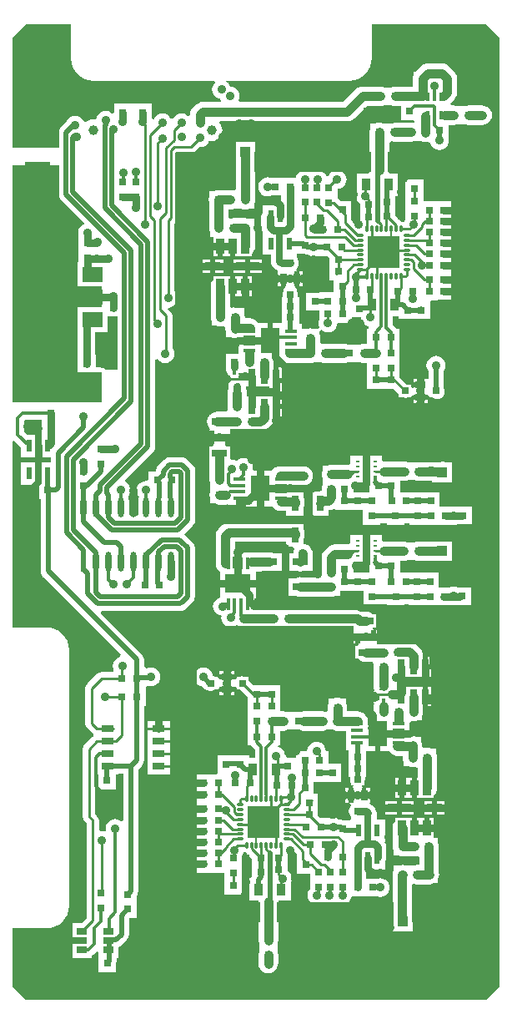
<source format=gtl>
%FSLAX43Y43*%
%MOMM*%
G71*
G01*
G75*
G04 Layer_Physical_Order=1*
G04 Layer_Color=255*
%ADD10R,1.000X0.700*%
%ADD11R,0.700X0.800*%
%ADD12R,0.700X1.000*%
%ADD13R,0.800X0.700*%
%ADD14R,0.700X0.800*%
%ADD15R,1.600X0.800*%
%ADD16R,0.800X0.800*%
%ADD17R,0.800X0.800*%
%ADD18R,0.450X0.250*%
%ADD19R,0.800X2.000*%
%ADD20R,1.500X0.760*%
%ADD21R,0.400X1.200*%
%ADD22R,2.600X1.900*%
%ADD23R,0.760X1.500*%
%ADD24R,1.200X0.400*%
%ADD25R,1.900X2.600*%
%ADD26R,0.600X2.000*%
%ADD27O,0.600X2.000*%
%ADD28R,2.600X2.600*%
%ADD29R,2.000X1.500*%
%ADD30R,2.000X1.500*%
%ADD31R,2.000X3.800*%
%ADD32R,0.600X1.270*%
%ADD33R,0.350X0.900*%
%ADD34R,1.000X0.700*%
%ADD35R,1.000X0.700*%
%ADD36R,1.100X2.200*%
%ADD37R,1.000X1.050*%
%ADD38R,2.200X1.100*%
%ADD39R,1.050X1.000*%
%ADD40R,0.840X1.600*%
%ADD41R,2.400X0.840*%
%ADD42R,1.600X0.840*%
%ADD43R,0.800X1.500*%
%ADD44R,0.800X2.250*%
%ADD45R,0.350X0.280*%
G04:AMPARAMS|DCode=46|XSize=0.3mm|YSize=0.65mm|CornerRadius=0.075mm|HoleSize=0mm|Usage=FLASHONLY|Rotation=0.000|XOffset=0mm|YOffset=0mm|HoleType=Round|Shape=RoundedRectangle|*
%AMROUNDEDRECTD46*
21,1,0.300,0.500,0,0,0.0*
21,1,0.150,0.650,0,0,0.0*
1,1,0.150,0.075,-0.250*
1,1,0.150,-0.075,-0.250*
1,1,0.150,-0.075,0.250*
1,1,0.150,0.075,0.250*
%
%ADD46ROUNDEDRECTD46*%
G04:AMPARAMS|DCode=47|XSize=0.3mm|YSize=0.65mm|CornerRadius=0.075mm|HoleSize=0mm|Usage=FLASHONLY|Rotation=270.000|XOffset=0mm|YOffset=0mm|HoleType=Round|Shape=RoundedRectangle|*
%AMROUNDEDRECTD47*
21,1,0.300,0.500,0,0,270.0*
21,1,0.150,0.650,0,0,270.0*
1,1,0.150,-0.250,-0.075*
1,1,0.150,-0.250,0.075*
1,1,0.150,0.250,0.075*
1,1,0.150,0.250,-0.075*
%
%ADD47ROUNDEDRECTD47*%
%ADD48R,3.300X3.300*%
%ADD49R,0.500X0.500*%
%ADD50R,1.270X0.640*%
%ADD51R,0.900X1.300*%
%ADD52C,0.750*%
%ADD53C,0.500*%
%ADD54C,0.250*%
%ADD55C,0.350*%
%ADD56C,0.965*%
%ADD57C,0.900*%
%ADD58C,0.700*%
%ADD59C,0.200*%
%ADD60C,0.300*%
%ADD61R,11.925X2.000*%
%ADD62R,6.200X2.000*%
%ADD63R,9.650X1.875*%
%ADD64R,2.000X30.000*%
%ADD65R,8.425X2.000*%
%ADD66R,18.025X2.000*%
%ADD67R,3.400X2.000*%
%ADD68R,24.500X1.950*%
%ADD69C,1.000*%
%ADD70R,4.000X4.000*%
%ADD71R,4.000X4.000*%
%ADD72C,0.500*%
%ADD73C,0.900*%
%ADD74C,0.700*%
G36*
X165414Y140925D02*
X164226D01*
X164185Y140985D01*
X164020Y141096D01*
X163825Y141135D01*
X163225D01*
Y142425D01*
X163200D01*
Y143325D01*
Y144750D01*
X164425D01*
Y146300D01*
X165414D01*
Y140925D01*
D02*
G37*
G36*
X166039Y95200D02*
X165823Y95094D01*
X165679Y95205D01*
X165448Y95301D01*
X165200Y95333D01*
X164952Y95301D01*
X164721Y95205D01*
X164522Y95053D01*
X164370Y94854D01*
X164274Y94623D01*
X164242Y94375D01*
X164274Y94127D01*
X164274Y94127D01*
X164073Y94076D01*
X163825Y94108D01*
X163743Y94097D01*
X163562Y94256D01*
Y95200D01*
X163514Y95444D01*
X163376Y95651D01*
X163187Y95839D01*
Y99850D01*
X163285D01*
Y99850D01*
X163475Y99850D01*
Y98325D01*
X165275D01*
Y99850D01*
X165555D01*
Y99914D01*
X166039D01*
Y95200D01*
D02*
G37*
G36*
X159489Y158668D02*
X159514Y158473D01*
X159590Y158290D01*
X159710Y158133D01*
X162054Y155789D01*
X162030Y155665D01*
X161946Y155630D01*
X161747Y155478D01*
X161595Y155279D01*
X161499Y155048D01*
X161467Y154800D01*
X161499Y154552D01*
X161500Y154551D01*
Y152850D01*
Y151850D01*
X161425D01*
Y149350D01*
X163825D01*
Y147250D01*
X161425D01*
Y145432D01*
X161417Y145375D01*
Y145125D01*
X161400D01*
Y143325D01*
Y142000D01*
X161417D01*
Y141550D01*
X161425Y141493D01*
Y140625D01*
X163825D01*
Y137625D01*
X154755D01*
Y161625D01*
X159489D01*
Y158668D01*
D02*
G37*
G36*
X184454Y152644D02*
X184650Y152619D01*
X184800D01*
X184896Y152545D01*
X185127Y152449D01*
X185375Y152417D01*
X185623Y152449D01*
X185710Y152485D01*
X185800Y152425D01*
Y152425D01*
X186754D01*
X187000Y152179D01*
Y151155D01*
Y150667D01*
X186988Y150605D01*
X187000Y150543D01*
Y149980D01*
X187425D01*
Y148755D01*
X185925D01*
Y148730D01*
X184625D01*
Y146930D01*
X185925D01*
Y145960D01*
X185899Y145898D01*
X185867Y145650D01*
X185899Y145402D01*
X185971Y145230D01*
X185865Y145071D01*
X185812Y145030D01*
X185445D01*
X185306Y145087D01*
X185050Y145121D01*
X184794Y145087D01*
X184655Y145030D01*
X184150D01*
D01*
X184150D01*
X184125Y145055D01*
Y145530D01*
X183900D01*
Y146480D01*
Y148280D01*
X183731D01*
Y148525D01*
X183706Y148721D01*
X183630Y148903D01*
X183625Y148910D01*
Y149125D01*
X183594D01*
X183454Y149320D01*
X183473Y149375D01*
X183375D01*
Y150125D01*
Y150875D01*
X183772D01*
X183599Y151101D01*
X183618Y151125D01*
X183625D01*
Y151135D01*
X183739Y151284D01*
X183827Y151497D01*
X183858Y151725D01*
X183827Y151953D01*
X183739Y152166D01*
X183625Y152315D01*
Y152325D01*
X183625D01*
Y152482D01*
X183699Y152556D01*
X183699D01*
Y152650D01*
X184440D01*
X184454Y152644D01*
D02*
G37*
G36*
X204245Y174644D02*
Y78356D01*
X202894Y77005D01*
X156106D01*
X154755Y78356D01*
Y84245D01*
X158250D01*
Y84239D01*
X158691Y84283D01*
X159115Y84411D01*
X159506Y84620D01*
X159849Y84901D01*
X160130Y85244D01*
X160339Y85635D01*
X160467Y86059D01*
X160511Y86500D01*
X160505D01*
Y112500D01*
X160511D01*
X160467Y112941D01*
X160339Y113365D01*
X160130Y113756D01*
X159849Y114099D01*
X159506Y114380D01*
X159115Y114589D01*
X158691Y114717D01*
X158250Y114761D01*
Y114755D01*
X154755D01*
Y133585D01*
X154977Y133677D01*
X155650Y133003D01*
Y132031D01*
X157250D01*
Y134301D01*
X156278D01*
X155963Y134616D01*
Y135750D01*
X156064Y135851D01*
X157776D01*
Y134301D01*
X157550D01*
Y133232D01*
X157542Y133175D01*
X157550Y133118D01*
Y132031D01*
X158694D01*
Y131507D01*
X157550D01*
Y129606D01*
X157476Y129606D01*
Y129606D01*
X157420D01*
X157250Y129776D01*
Y131507D01*
X155650D01*
Y129237D01*
X157250D01*
Y129237D01*
X157306D01*
X157476Y129067D01*
Y127806D01*
X157644D01*
Y120475D01*
X157669Y120279D01*
X157745Y120097D01*
X157865Y119940D01*
X165797Y112008D01*
X165720Y111781D01*
X165677Y111776D01*
X165446Y111680D01*
X165247Y111528D01*
X165095Y111329D01*
X164999Y111098D01*
X164967Y110850D01*
X164999Y110602D01*
X165026Y110539D01*
X165000Y110500D01*
X165000D01*
Y110237D01*
X163825D01*
X163581Y110189D01*
X163374Y110051D01*
X162374Y109051D01*
X162236Y108844D01*
X162188Y108600D01*
Y105025D01*
X162236Y104781D01*
X162374Y104574D01*
X162919Y104029D01*
X162998Y103977D01*
Y103737D01*
X162884Y103661D01*
X162099Y102876D01*
X161961Y102669D01*
X161913Y102425D01*
Y95575D01*
X161961Y95331D01*
X162099Y95124D01*
X162288Y94936D01*
Y85289D01*
X161799Y84800D01*
X160850D01*
Y83100D01*
X160850Y83100D01*
X160850Y82900D01*
X160850D01*
Y81200D01*
X162850D01*
Y81468D01*
X162981Y81568D01*
X163328Y81915D01*
X163550Y81824D01*
Y81575D01*
X163500D01*
Y79775D01*
X165300D01*
Y80640D01*
X165306Y80654D01*
X165331Y80850D01*
X165331Y80850D01*
Y81200D01*
X165550D01*
Y82150D01*
Y82342D01*
X165625Y82373D01*
X165678Y82395D01*
X165835Y82515D01*
X166385Y83065D01*
X166505Y83222D01*
X166536Y83297D01*
X166581Y83404D01*
X166606Y83600D01*
Y85237D01*
X166645Y85275D01*
X167375D01*
Y86775D01*
Y87519D01*
X167450Y87617D01*
X167526Y87799D01*
X167551Y87995D01*
Y100357D01*
X167910Y100715D01*
X168030Y100872D01*
X168106Y101054D01*
X168131Y101250D01*
X168131Y101250D01*
X168131Y101250D01*
Y101250D01*
Y106825D01*
X168300D01*
Y108625D01*
D01*
Y108625D01*
X168300Y108625D01*
Y108700D01*
X168300D01*
Y108723D01*
X168500Y108857D01*
X168577Y108824D01*
X168825Y108792D01*
X169073Y108824D01*
X169304Y108920D01*
X169503Y109072D01*
X169655Y109271D01*
X169751Y109502D01*
X169783Y109750D01*
X169751Y109998D01*
X169655Y110229D01*
X169503Y110428D01*
X169304Y110580D01*
X169073Y110676D01*
X168825Y110708D01*
X168577Y110676D01*
X168346Y110580D01*
X168131Y110859D01*
Y111500D01*
X168106Y111696D01*
X168030Y111878D01*
X167910Y112035D01*
X163728Y116217D01*
X163820Y116439D01*
X171832D01*
X172027Y116464D01*
X172210Y116540D01*
X172367Y116660D01*
X172367Y116660D01*
X172367Y116660D01*
X172566Y116859D01*
X172566Y116859D01*
X173085Y117378D01*
X173205Y117535D01*
X173281Y117718D01*
X173306Y117913D01*
Y122837D01*
X173306Y122837D01*
X173284Y123010D01*
X173281Y123032D01*
X173205Y123215D01*
X173085Y123372D01*
X173085Y123372D01*
X172517Y123940D01*
X172517Y123940D01*
X172267Y124190D01*
X172262Y124267D01*
X173110Y125115D01*
X173110Y125115D01*
X173178Y125204D01*
X173230Y125272D01*
X173261Y125347D01*
X173306Y125454D01*
X173331Y125650D01*
Y130687D01*
X173331Y130687D01*
X173306Y130882D01*
X173230Y131065D01*
X173110Y131222D01*
X172542Y131790D01*
X172385Y131910D01*
X172331Y131932D01*
X172202Y131986D01*
X172007Y132011D01*
X170718D01*
X170718Y132011D01*
X170523Y131986D01*
X170340Y131910D01*
X170183Y131790D01*
X170183Y131790D01*
X169541Y131148D01*
X169421Y130991D01*
X169399Y130938D01*
X169346Y130809D01*
X169320Y130613D01*
Y130600D01*
X168600D01*
Y129782D01*
X168420Y129624D01*
X168350Y129633D01*
X168102Y129601D01*
X167871Y129505D01*
X167672Y129353D01*
X167520Y129154D01*
X167424Y128923D01*
X167392Y128675D01*
X167424Y128427D01*
X167520Y128196D01*
X167647Y128031D01*
X167576Y127859D01*
X167548Y127650D01*
Y126250D01*
X167405Y126086D01*
X166765D01*
X166622Y126250D01*
Y127650D01*
X166594Y127859D01*
X166525Y128027D01*
X166655Y128196D01*
X166751Y128427D01*
X166783Y128675D01*
X166751Y128923D01*
X166655Y129154D01*
X166503Y129353D01*
X166304Y129505D01*
X166297Y129508D01*
X166250Y129743D01*
X169060Y132553D01*
X169060Y132553D01*
X169128Y132642D01*
X169180Y132710D01*
X169256Y132893D01*
X169281Y133088D01*
X169281Y133088D01*
X169281Y133088D01*
Y133088D01*
Y141911D01*
X169509Y141988D01*
X169597Y141872D01*
X169796Y141720D01*
X170027Y141624D01*
X170275Y141592D01*
X170523Y141624D01*
X170754Y141720D01*
X170953Y141872D01*
X171105Y142071D01*
X171201Y142302D01*
X171233Y142550D01*
X171201Y142798D01*
X171105Y143029D01*
X171012Y143150D01*
Y146375D01*
X170964Y146619D01*
X170826Y146826D01*
X170554Y147098D01*
X170600Y147192D01*
X170848Y147224D01*
X171079Y147320D01*
X171278Y147472D01*
X171430Y147671D01*
X171526Y147902D01*
X171558Y148150D01*
X171526Y148398D01*
X171430Y148629D01*
X171278Y148828D01*
X171237Y148858D01*
Y155761D01*
X171326Y155849D01*
X171464Y156056D01*
X171512Y156300D01*
X171512Y156300D01*
X171512Y156300D01*
Y156300D01*
Y162888D01*
X172900D01*
X173144Y162936D01*
X173351Y163074D01*
X173775Y163498D01*
X173825Y163492D01*
X174073Y163524D01*
X174304Y163620D01*
X174503Y163772D01*
X174655Y163971D01*
X174720Y164127D01*
X175000Y164091D01*
X175287Y164128D01*
X175555Y164239D01*
X175785Y164415D01*
X175961Y164645D01*
X176072Y164913D01*
X176109Y165200D01*
X176072Y165487D01*
X175961Y165755D01*
X175785Y165985D01*
X175827Y166109D01*
X188775D01*
X189031Y166143D01*
X189270Y166242D01*
X189476Y166399D01*
X190735Y167659D01*
X192150D01*
X192406Y167693D01*
X192545Y167750D01*
X193255D01*
X193394Y167693D01*
X193650Y167659D01*
X194225D01*
Y166250D01*
X195551D01*
X195621Y166020D01*
X195509Y165946D01*
X195498Y165951D01*
X195250Y165983D01*
X195060Y165958D01*
X193525D01*
X193277Y165926D01*
X193215Y165900D01*
X192420D01*
X192281Y165957D01*
X192025Y165991D01*
X191768Y165957D01*
X191630Y165900D01*
X191125D01*
Y165395D01*
X191068Y165256D01*
X191034Y165000D01*
X191034Y163750D01*
X191034Y161150D01*
X191053Y161005D01*
X190895Y160825D01*
X189725D01*
Y158980D01*
X189649Y158798D01*
X189617Y158550D01*
X189649Y158302D01*
X189745Y158071D01*
X189897Y157872D01*
X190075Y157736D01*
Y156730D01*
Y155530D01*
X190075D01*
Y155470D01*
X189891Y155393D01*
X189182Y156102D01*
Y156680D01*
X189175Y156716D01*
Y158050D01*
X188076D01*
X187801Y158326D01*
X187800Y158326D01*
Y158475D01*
Y159248D01*
X187998Y159274D01*
X188229Y159370D01*
X188428Y159522D01*
X188580Y159721D01*
X188676Y159952D01*
X188708Y160200D01*
X188676Y160448D01*
X188580Y160679D01*
X188428Y160878D01*
X188229Y161030D01*
X187998Y161126D01*
X187750Y161158D01*
X187502Y161126D01*
X187271Y161030D01*
X187072Y160878D01*
X186920Y160679D01*
X186865Y160545D01*
X186625D01*
X186580Y160654D01*
X186428Y160853D01*
X186229Y161005D01*
X185998Y161101D01*
X185750Y161133D01*
X185502Y161101D01*
X185271Y161005D01*
X185186Y160940D01*
X185004Y161080D01*
X184773Y161176D01*
X184525Y161208D01*
X184277Y161176D01*
X184046Y161080D01*
X183847Y160928D01*
X183695Y160729D01*
X183599Y160498D01*
X183583Y160375D01*
X181010D01*
X180948Y160401D01*
X180700Y160433D01*
X180452Y160401D01*
X180221Y160305D01*
X180022Y160153D01*
X179870Y159954D01*
X179774Y159723D01*
X179742Y159475D01*
X179774Y159227D01*
X179870Y158996D01*
X180022Y158797D01*
X180221Y158645D01*
X180452Y158549D01*
X180700Y158517D01*
X180948Y158549D01*
X181010Y158575D01*
X182075D01*
Y157134D01*
X182092D01*
Y155933D01*
X181808D01*
Y156411D01*
X181799Y156474D01*
Y157620D01*
X180199D01*
Y156902D01*
X180161Y156852D01*
X180073Y156639D01*
X180042Y156411D01*
Y155375D01*
X180073Y155147D01*
X180117Y155040D01*
X180161Y154934D01*
X180217Y154861D01*
X180199Y154826D01*
X180199D01*
X180199Y154826D01*
Y152556D01*
X181055D01*
Y152129D01*
X181030Y151938D01*
X181060Y151709D01*
X181148Y151496D01*
X181288Y151313D01*
X181501Y151101D01*
X181684Y150961D01*
X181725Y150944D01*
Y150875D01*
X181725D01*
Y150375D01*
X182325D01*
Y150125D01*
X182575D01*
Y149375D01*
X182477D01*
X182496Y149320D01*
X182356Y149125D01*
X182325D01*
Y148910D01*
X182320Y148903D01*
X182244Y148721D01*
X182219Y148525D01*
Y148280D01*
X182100D01*
Y146480D01*
Y145655D01*
X181052D01*
Y143855D01*
X180798D01*
Y145655D01*
X179732D01*
X179601Y145826D01*
X179395Y145983D01*
X179156Y146082D01*
X178900Y146116D01*
X178391D01*
Y146275D01*
X178357Y146531D01*
X178300Y146670D01*
Y147175D01*
X177795D01*
X177656Y147232D01*
X177400Y147266D01*
X177144Y147232D01*
X177091Y147210D01*
X176891Y147344D01*
Y148325D01*
X176920D01*
Y149375D01*
Y150425D01*
X175230D01*
Y150099D01*
X175199Y150076D01*
Y150076D01*
X175042Y149870D01*
X174943Y149631D01*
X174909Y149375D01*
Y146275D01*
X174943Y146019D01*
X175000Y145880D01*
Y145375D01*
X175505D01*
X175644Y145318D01*
X175900Y145284D01*
X176156Y145318D01*
X176209Y145340D01*
X176409Y145206D01*
Y145075D01*
X176443Y144819D01*
X176500Y144680D01*
Y144175D01*
X177005D01*
X177144Y144118D01*
X177400Y144084D01*
X177535Y144102D01*
X177715Y143943D01*
Y143657D01*
X178815D01*
Y143580D01*
X177725D01*
Y143403D01*
X177715D01*
Y142830D01*
X177725D01*
Y142530D01*
X176425D01*
Y140730D01*
X176545D01*
X176561Y140693D01*
X176644Y140584D01*
Y140550D01*
X176667Y140374D01*
X176735Y140210D01*
X176844Y140069D01*
X176900Y140025D01*
Y140025D01*
X176985Y139960D01*
X177115Y139906D01*
X176976Y139799D01*
X176938Y139750D01*
X176900D01*
Y139700D01*
X176836Y139616D01*
X176748Y139403D01*
X176724Y139225D01*
X176700D01*
Y138970D01*
X176643Y138831D01*
X176609Y138575D01*
Y137150D01*
X176643Y136894D01*
X176665Y136841D01*
X176531Y136641D01*
X175525D01*
X175269Y136607D01*
X175030Y136508D01*
X174824Y136351D01*
X174785Y136300D01*
X174750D01*
Y136254D01*
X174667Y136145D01*
X174568Y135906D01*
X174534Y135650D01*
X174568Y135394D01*
X174667Y135155D01*
X174750Y135046D01*
Y135000D01*
X174750D01*
X174853Y134927D01*
X174776Y134700D01*
X175250D01*
Y134050D01*
Y133400D01*
X175156D01*
X175192Y133295D01*
X175052Y133100D01*
X174750D01*
Y131800D01*
X174784D01*
Y129725D01*
X174818Y129469D01*
X174875Y129330D01*
Y128825D01*
Y128620D01*
X174818Y128481D01*
X174784Y128225D01*
X174818Y127969D01*
X174875Y127830D01*
Y127325D01*
X175380D01*
X175519Y127268D01*
X175775Y127234D01*
X176500D01*
X176637Y127252D01*
X176725Y127175D01*
Y127175D01*
X177698D01*
Y127825D01*
X177952D01*
Y127175D01*
X178475D01*
Y127050D01*
X179798D01*
Y128850D01*
Y130650D01*
X179327D01*
X179169Y130830D01*
X179188Y130978D01*
X179155Y131226D01*
X179060Y131457D01*
X178907Y131655D01*
X178709Y131807D01*
X178478Y131903D01*
X178230Y131936D01*
X177982Y131903D01*
X177751Y131807D01*
X177552Y131655D01*
X177539Y131638D01*
X177328Y131726D01*
X177080Y131758D01*
X177030Y131752D01*
X176850Y131910D01*
Y133100D01*
X176498D01*
X176358Y133295D01*
X176394Y133400D01*
X176350D01*
Y134050D01*
X176600D01*
Y134300D01*
X177200D01*
Y134659D01*
X177600D01*
D01*
X177600D01*
X177856Y134693D01*
X177995Y134750D01*
X178705D01*
X178844Y134693D01*
X179100Y134659D01*
X179975D01*
X180231Y134693D01*
X180470Y134792D01*
X180676Y134949D01*
X181026Y135299D01*
X181183Y135505D01*
X181282Y135744D01*
X181316Y136000D01*
Y136200D01*
X181316D01*
Y137200D01*
Y137200D01*
X181316Y137200D01*
X181282Y137456D01*
X181275Y137474D01*
Y138200D01*
X179375D01*
Y137474D01*
X179368Y137456D01*
X179334Y137200D01*
Y137200D01*
X178875D01*
Y138200D01*
X178591D01*
Y138575D01*
X178557Y138831D01*
X178500Y138970D01*
Y139200D01*
X178875D01*
Y140200D01*
X179334D01*
Y140200D01*
X179368Y139943D01*
X179375Y139926D01*
Y139200D01*
X180875D01*
Y138450D01*
X181275D01*
Y139825D01*
Y139926D01*
X181282Y139943D01*
X181316Y140200D01*
Y141200D01*
X181316D01*
Y141630D01*
X181282Y141886D01*
X181225Y142025D01*
Y142055D01*
X182086D01*
X182224Y141874D01*
X182430Y141717D01*
X182669Y141618D01*
X182925Y141584D01*
X185050D01*
X185306Y141618D01*
X185445Y141675D01*
X186155D01*
X186294Y141618D01*
X186550Y141584D01*
X188430D01*
X188686Y141618D01*
X188813Y141670D01*
X190105D01*
X190244Y141613D01*
X190500Y141579D01*
X190800D01*
Y140170D01*
Y138970D01*
X193504D01*
X194025Y138449D01*
Y138100D01*
X194436D01*
X194456Y138086D01*
X194700Y138038D01*
X194944Y138086D01*
X194964Y138100D01*
X195225D01*
Y138171D01*
X195418Y138314D01*
X195475Y138297D01*
Y138350D01*
X196975D01*
Y138237D01*
X197030Y138256D01*
X197225Y138116D01*
Y138100D01*
X197417D01*
X197522Y138020D01*
X197704Y137944D01*
X197900Y137919D01*
X198096Y137944D01*
X198278Y138020D01*
X198383Y138100D01*
X198425D01*
Y138132D01*
X198435Y138140D01*
X198555Y138297D01*
X198631Y138479D01*
X198656Y138675D01*
X198631Y138871D01*
X198555Y139053D01*
X198531Y139084D01*
Y140775D01*
X198605Y140871D01*
X198701Y141102D01*
X198733Y141350D01*
X198701Y141598D01*
X198605Y141829D01*
X198453Y142028D01*
X198254Y142180D01*
X198023Y142276D01*
X197775Y142308D01*
X197527Y142276D01*
X197296Y142180D01*
X197097Y142028D01*
X196945Y141829D01*
X196849Y141598D01*
X196817Y141350D01*
X196849Y141102D01*
X196945Y140871D01*
X197019Y140775D01*
Y140044D01*
X196975Y140000D01*
X196849Y140000D01*
X196849Y140000D01*
X196849Y140000D01*
X196475D01*
Y139400D01*
X196225D01*
Y139150D01*
X195475D01*
Y139053D01*
X195418Y139036D01*
X195225Y139179D01*
Y139400D01*
X194876D01*
X194100Y140176D01*
Y140770D01*
Y141670D01*
Y143275D01*
X194100D01*
Y145075D01*
X193756D01*
X193664Y145196D01*
X193406Y145454D01*
Y146325D01*
X194000D01*
Y146050D01*
X197200D01*
Y147850D01*
D01*
Y147850D01*
X197325Y147975D01*
X198000D01*
Y148000D01*
X199575D01*
Y157975D01*
X197775D01*
Y157975D01*
X196500D01*
Y158380D01*
X196500D01*
Y160180D01*
X194700D01*
Y158880D01*
X194700D01*
Y157080D01*
Y156226D01*
X194645Y156154D01*
X194549Y155923D01*
X194547Y155907D01*
X194314Y155852D01*
X194201Y156021D01*
X193675Y156547D01*
Y157405D01*
X193675D01*
Y158525D01*
X193925D01*
Y160825D01*
X193155D01*
X192997Y161005D01*
X193016Y161150D01*
X193016Y163750D01*
Y163930D01*
X193126Y164040D01*
X193215Y164100D01*
Y164100D01*
X193215Y164100D01*
X193277Y164074D01*
X193525Y164042D01*
X195225D01*
X195473Y164074D01*
X195474Y164075D01*
X196305D01*
X196444Y164018D01*
X196700Y163984D01*
X196956Y164018D01*
X196990Y164032D01*
X197198Y163912D01*
X197199Y163902D01*
X197295Y163671D01*
X197447Y163472D01*
X197646Y163320D01*
X197877Y163224D01*
X198125Y163192D01*
X198373Y163224D01*
X198604Y163320D01*
X198803Y163472D01*
X198955Y163671D01*
X199051Y163902D01*
X199083Y164150D01*
X199051Y164398D01*
X199050Y164399D01*
Y165734D01*
X199575D01*
X199831Y165768D01*
X199970Y165825D01*
X200680D01*
X200819Y165768D01*
X201075Y165734D01*
X202475D01*
X202731Y165768D01*
X202970Y165867D01*
X203176Y166024D01*
X203333Y166230D01*
X203432Y166469D01*
X203466Y166725D01*
X203432Y166981D01*
X203333Y167220D01*
X203176Y167426D01*
X202970Y167583D01*
X202731Y167682D01*
X202475Y167716D01*
X201075D01*
X200819Y167682D01*
X200680Y167625D01*
X199970D01*
X199831Y167682D01*
X199575Y167716D01*
X199345D01*
X199268Y167943D01*
X199276Y167949D01*
X199626Y168299D01*
X199783Y168505D01*
X199882Y168744D01*
X199916Y169000D01*
Y170469D01*
X199882Y170725D01*
X199783Y170964D01*
X199626Y171169D01*
X199094Y171701D01*
X198889Y171858D01*
X198650Y171957D01*
X198394Y171991D01*
X196950D01*
X196694Y171957D01*
X196624Y171928D01*
X196455Y171858D01*
X196249Y171701D01*
X195724Y171176D01*
X195685Y171125D01*
X195500D01*
Y170809D01*
X195468Y170731D01*
X195434Y170475D01*
Y169641D01*
X193650D01*
X193394Y169607D01*
X193255Y169550D01*
X192545D01*
X192406Y169607D01*
X192150Y169641D01*
X190325D01*
X190069Y169607D01*
X189930Y169550D01*
X189900D01*
Y169537D01*
X189830Y169508D01*
X189624Y169351D01*
X188365Y168091D01*
X177877D01*
X177744Y168291D01*
X177801Y168427D01*
X177833Y168675D01*
X177801Y168923D01*
X177705Y169154D01*
X177553Y169353D01*
X177354Y169505D01*
X177123Y169601D01*
X176902Y169630D01*
X176830Y169804D01*
X176678Y170003D01*
X176479Y170155D01*
X176497Y170245D01*
X189000D01*
Y170239D01*
X189441Y170283D01*
X189865Y170411D01*
X190256Y170620D01*
X190599Y170901D01*
X190880Y171244D01*
X191089Y171635D01*
X191217Y172059D01*
X191261Y172500D01*
X191255D01*
Y175995D01*
X202894D01*
X204245Y174644D01*
D02*
G37*
G36*
X160745Y172500D02*
X160739D01*
X160783Y172059D01*
X160911Y171635D01*
X161120Y171244D01*
X161401Y170901D01*
X161744Y170620D01*
X162135Y170411D01*
X162559Y170283D01*
X163000Y170239D01*
Y170245D01*
X175265D01*
X175342Y170018D01*
X175322Y170003D01*
X175170Y169804D01*
X175074Y169573D01*
X175042Y169325D01*
X175074Y169077D01*
X175170Y168846D01*
X175322Y168647D01*
X175521Y168495D01*
X175752Y168399D01*
X175827Y168390D01*
X175926Y168171D01*
X175873Y168091D01*
X174125D01*
X173869Y168057D01*
X173630Y167958D01*
X173424Y167801D01*
X173099Y167476D01*
X172942Y167270D01*
X172843Y167031D01*
X172809Y166775D01*
Y166767D01*
X172783Y166747D01*
X172594Y166653D01*
X172429Y166780D01*
X172198Y166876D01*
X171950Y166908D01*
X171702Y166876D01*
X171471Y166780D01*
X171272Y166628D01*
X171120Y166429D01*
X171095Y166368D01*
X170855D01*
X170830Y166429D01*
X170678Y166628D01*
X170479Y166780D01*
X170248Y166876D01*
X170000Y166908D01*
X169752Y166876D01*
X169521Y166780D01*
X169322Y166628D01*
X169170Y166429D01*
X169135Y166345D01*
X168900Y166392D01*
Y167900D01*
X167100D01*
D01*
D01*
X167100Y167900D01*
X166900D01*
Y167900D01*
X165100D01*
Y167027D01*
X164885Y166921D01*
X164727Y167042D01*
X164496Y167137D01*
X164248Y167170D01*
X164000Y167137D01*
X163769Y167042D01*
X163571Y166889D01*
X163418Y166691D01*
X163323Y166460D01*
X163320Y166439D01*
X163129Y166292D01*
X163000Y166309D01*
X162713Y166272D01*
X162445Y166161D01*
X162251Y166012D01*
X162142Y166041D01*
X161982Y166164D01*
X161980Y166169D01*
X161828Y166368D01*
X161629Y166520D01*
X161398Y166616D01*
X161150Y166648D01*
X160902Y166616D01*
X160671Y166520D01*
X160472Y166368D01*
X160320Y166169D01*
X160288Y166092D01*
X159710Y165514D01*
X159590Y165357D01*
X159514Y165175D01*
X159489Y164979D01*
Y163425D01*
X154755D01*
Y174644D01*
X156106Y175995D01*
X160745D01*
Y172500D01*
D02*
G37*
G36*
X190199Y146002D02*
X190295Y145771D01*
X190447Y145572D01*
X190646Y145420D01*
X190877Y145324D01*
X190953Y145314D01*
X190937Y145075D01*
X190800D01*
Y143561D01*
X190500D01*
X190244Y143527D01*
X190105Y143470D01*
X188837D01*
X188686Y143532D01*
X188430Y143566D01*
X186550D01*
X186294Y143532D01*
X186241Y143510D01*
X186041Y143644D01*
Y144130D01*
X186007Y144386D01*
X185950Y144525D01*
Y144821D01*
X186066Y144910D01*
X186165Y144959D01*
X186346Y144820D01*
X186577Y144724D01*
X186825Y144692D01*
X187073Y144724D01*
X187304Y144820D01*
X187503Y144972D01*
X187655Y145171D01*
X187751Y145402D01*
X187783Y145650D01*
X187788Y145655D01*
X189225D01*
Y146225D01*
X190170D01*
X190199Y146002D01*
D02*
G37*
%LPC*%
G36*
X176325Y108200D02*
X175825D01*
Y107850D01*
X176325D01*
Y108200D01*
D02*
G37*
G36*
X197325Y107500D02*
X196925D01*
Y106750D01*
X197325D01*
Y107500D01*
D02*
G37*
G36*
X169503Y105300D02*
X168495D01*
Y104607D01*
X169503D01*
Y105300D01*
D02*
G37*
G36*
X170765D02*
X169757D01*
Y104607D01*
X170765D01*
Y105300D01*
D02*
G37*
G36*
X197325Y111750D02*
X196925D01*
Y111000D01*
X197325D01*
Y111750D01*
D02*
G37*
G36*
X177325Y110350D02*
X176825D01*
Y110000D01*
X177325D01*
Y110350D01*
D02*
G37*
G36*
X192075Y114475D02*
X191725D01*
Y114075D01*
X192075D01*
Y114475D01*
D02*
G37*
G36*
X189625Y113575D02*
X189275D01*
Y113175D01*
X189625D01*
Y113575D01*
D02*
G37*
G36*
X176325Y110350D02*
X175825D01*
Y110000D01*
X176325D01*
Y110350D01*
D02*
G37*
G36*
X197325Y108750D02*
X196925D01*
Y108000D01*
X197325D01*
Y108750D01*
D02*
G37*
G36*
X177325Y108200D02*
X176825D01*
Y107850D01*
X177325D01*
Y108200D01*
D02*
G37*
G36*
X197325Y110500D02*
X196925D01*
Y109750D01*
X197325D01*
Y110500D01*
D02*
G37*
G36*
X179475Y119073D02*
X175875D01*
Y117829D01*
X175852Y117826D01*
X175621Y117730D01*
X175422Y117578D01*
X175270Y117379D01*
X175174Y117148D01*
X175142Y116900D01*
X175174Y116652D01*
X175270Y116421D01*
X175422Y116222D01*
X175621Y116070D01*
X175852Y115974D01*
X176018Y115953D01*
X175992Y115750D01*
X176024Y115502D01*
X176120Y115271D01*
X176272Y115072D01*
X176471Y114920D01*
X176702Y114824D01*
X176950Y114792D01*
X177198Y114824D01*
X177429Y114920D01*
X177511Y114983D01*
X177574Y114974D01*
X177780Y114817D01*
X178019Y114718D01*
X178275Y114684D01*
X181275D01*
X181531Y114718D01*
X181670Y114775D01*
X182380D01*
X182519Y114718D01*
X182775Y114684D01*
X189275D01*
Y114475D01*
X189275D01*
Y114075D01*
X189875D01*
Y113825D01*
X190125D01*
Y113175D01*
X189926D01*
X189961Y113070D01*
X189822Y112875D01*
X189625D01*
Y111575D01*
X189935D01*
X189974Y111524D01*
X190180Y111367D01*
X190419Y111268D01*
X190675Y111234D01*
X191356D01*
X191490Y111034D01*
X191468Y110981D01*
X191434Y110725D01*
Y109600D01*
Y108825D01*
X191468Y108569D01*
X191524Y108432D01*
X191462Y108340D01*
X191462D01*
Y108200D01*
X191666D01*
X191724Y108124D01*
X191750Y108105D01*
Y108060D01*
X191808D01*
X191888Y107999D01*
Y107744D01*
X191885Y107740D01*
X191869Y107700D01*
X191817Y107576D01*
X191804Y107473D01*
X191774Y107451D01*
X191617Y107245D01*
X191598Y107200D01*
X191462D01*
Y107060D01*
X191462D01*
X191518Y107006D01*
D01*
X191518Y107006D01*
X191484Y106750D01*
X191484Y106220D01*
X191516Y105975D01*
X191499Y105956D01*
X191111Y105795D01*
X190714D01*
X190576Y105976D01*
X190370Y106133D01*
X190131Y106232D01*
X189875Y106266D01*
X188766D01*
Y106650D01*
X188732Y106906D01*
X188675Y107045D01*
Y107550D01*
X188170D01*
X188031Y107607D01*
X187775Y107641D01*
X187519Y107607D01*
X187380Y107550D01*
X186875D01*
Y107045D01*
X186818Y106906D01*
X186784Y106650D01*
Y106333D01*
X186584Y106200D01*
X186506Y106232D01*
X186250Y106266D01*
X184370D01*
X184114Y106232D01*
X183987Y106180D01*
X182695D01*
X182556Y106237D01*
X182300Y106271D01*
X182000D01*
Y107080D01*
Y108880D01*
X179296D01*
X178775Y109401D01*
Y109750D01*
X178364D01*
X178344Y109764D01*
X178100Y109812D01*
X177856Y109764D01*
X177836Y109750D01*
X177575D01*
Y109679D01*
X177382Y109536D01*
X177325Y109553D01*
Y109500D01*
X175825D01*
Y109598D01*
X175770Y109579D01*
X175575Y109719D01*
Y109750D01*
X175360D01*
X175353Y109755D01*
X175171Y109831D01*
X175142Y109835D01*
X175096Y109880D01*
X175080Y110000D01*
X174985Y110231D01*
X174832Y110429D01*
X174634Y110581D01*
X174403Y110677D01*
X174155Y110710D01*
X173907Y110677D01*
X173676Y110581D01*
X173477Y110429D01*
X173325Y110231D01*
X173229Y110000D01*
X173197Y109752D01*
X173229Y109504D01*
X173325Y109273D01*
X173477Y109074D01*
X173676Y108922D01*
X173907Y108826D01*
X174026Y108810D01*
X174271Y108565D01*
X174271Y108565D01*
X174360Y108497D01*
X174375Y108486D01*
Y108450D01*
X174421D01*
X174428Y108445D01*
X174504Y108414D01*
X174611Y108369D01*
X174806Y108344D01*
X174975D01*
X175171Y108369D01*
X175353Y108445D01*
X175360Y108450D01*
X175575D01*
Y108481D01*
X175770Y108621D01*
X175825Y108602D01*
Y108700D01*
X177325D01*
Y108797D01*
X177382Y108814D01*
X177575Y108671D01*
Y108450D01*
X177924D01*
X178700Y107674D01*
Y107080D01*
Y105880D01*
Y104575D01*
X178700D01*
Y102775D01*
X179044D01*
X179136Y102654D01*
X179394Y102396D01*
Y101525D01*
X178800D01*
Y101800D01*
X175600D01*
Y100000D01*
D01*
Y100000D01*
X175475Y99875D01*
X175354D01*
Y99875D01*
X173225D01*
Y89850D01*
X175375D01*
Y89850D01*
X175400Y89875D01*
X176300D01*
Y89470D01*
X176300D01*
Y87670D01*
X178100D01*
Y88970D01*
X178100D01*
Y90470D01*
Y91651D01*
X178135Y91697D01*
X178230Y91928D01*
X178236Y91969D01*
X178470Y92023D01*
X178599Y91829D01*
X179125Y91303D01*
Y90445D01*
X179125D01*
Y89560D01*
X179120Y89553D01*
X179044Y89371D01*
X179038Y89325D01*
X178825D01*
Y87025D01*
X179762D01*
X179784Y87000D01*
X179784Y84225D01*
X179784Y83025D01*
X179818Y82769D01*
X179875Y82630D01*
Y82125D01*
Y81920D01*
X179818Y81781D01*
X179784Y81525D01*
Y80840D01*
X179759Y80650D01*
X179793Y80394D01*
X179892Y80155D01*
X180049Y79949D01*
X180255Y79792D01*
X180494Y79693D01*
X180750Y79659D01*
X181006Y79693D01*
X181245Y79792D01*
X181451Y79949D01*
X181476Y79974D01*
X181633Y80180D01*
X181732Y80419D01*
X181766Y80675D01*
Y81525D01*
X181732Y81781D01*
X181675Y81920D01*
Y82125D01*
Y82630D01*
X181732Y82769D01*
X181766Y83025D01*
X181766Y84225D01*
X181766Y87000D01*
X181788Y87025D01*
X183025D01*
Y88782D01*
X183055Y88821D01*
X183151Y89052D01*
X183183Y89300D01*
X183151Y89548D01*
X183055Y89779D01*
X182903Y89978D01*
X182725Y90114D01*
Y90520D01*
Y92320D01*
X182725D01*
Y92436D01*
X182909Y92512D01*
X183618Y91804D01*
Y91170D01*
X183666Y90926D01*
X183675Y90913D01*
Y89800D01*
X185000D01*
Y89025D01*
Y88248D01*
X184870Y88079D01*
X184774Y87848D01*
X184742Y87600D01*
X184774Y87352D01*
X184870Y87121D01*
X185022Y86922D01*
X185221Y86770D01*
X185452Y86674D01*
X185700Y86642D01*
X185948Y86674D01*
X186179Y86770D01*
X186319Y86877D01*
X186458Y86771D01*
X186689Y86675D01*
X186937Y86642D01*
X187185Y86675D01*
X187416Y86771D01*
X187606Y86916D01*
X187796Y86770D01*
X188027Y86674D01*
X188275Y86642D01*
X188523Y86674D01*
X188754Y86770D01*
X188953Y86922D01*
X189105Y87121D01*
X189201Y87352D01*
X189217Y87475D01*
X191815D01*
X191877Y87449D01*
X192125Y87417D01*
X192373Y87449D01*
X192604Y87545D01*
X192803Y87697D01*
X192955Y87896D01*
X193051Y88127D01*
X193083Y88375D01*
X193051Y88623D01*
X192955Y88854D01*
X192803Y89053D01*
X192604Y89205D01*
X192373Y89301D01*
X192125Y89333D01*
X191877Y89301D01*
X191815Y89275D01*
X190725D01*
Y90716D01*
X190708D01*
Y91917D01*
X190992D01*
Y91439D01*
X191001Y91376D01*
Y90230D01*
X192601D01*
Y90948D01*
X192639Y90998D01*
X192727Y91211D01*
X192758Y91439D01*
Y92475D01*
X192727Y92703D01*
X192683Y92810D01*
X192639Y92916D01*
X192583Y92989D01*
X192601Y93024D01*
X192601D01*
X192601Y93024D01*
Y95294D01*
X191745D01*
Y95721D01*
X191770Y95912D01*
X191740Y96141D01*
X191652Y96354D01*
X191512Y96537D01*
X191299Y96749D01*
X191116Y96889D01*
X191010Y96933D01*
X191018Y96975D01*
X191075D01*
Y97475D01*
X190475D01*
Y97725D01*
X190225D01*
Y98475D01*
X190323D01*
X190245Y98702D01*
X190275Y98725D01*
X190475D01*
Y98940D01*
X190480Y98947D01*
X190556Y99129D01*
X190581Y99325D01*
Y99570D01*
X190700D01*
Y100745D01*
Y102195D01*
X191748D01*
Y103995D01*
X192002D01*
Y102195D01*
X193018D01*
X193149Y102024D01*
X193355Y101867D01*
X193594Y101768D01*
X193850Y101734D01*
X194409D01*
Y101575D01*
X194443Y101319D01*
X194500Y101180D01*
Y100675D01*
X195005D01*
X195144Y100618D01*
X195400Y100584D01*
X195656Y100618D01*
X195709Y100640D01*
X195909Y100506D01*
Y99532D01*
X195850D01*
Y98482D01*
Y97432D01*
X197540D01*
Y97728D01*
X197601Y97774D01*
X197601D01*
X197758Y97980D01*
X197857Y98219D01*
X197891Y98475D01*
Y98482D01*
Y101575D01*
X197857Y101831D01*
X197800Y101970D01*
Y102475D01*
X197295D01*
X197156Y102532D01*
X196900Y102566D01*
X196644Y102532D01*
X196591Y102510D01*
X196391Y102644D01*
Y102775D01*
X196357Y103031D01*
X196300Y103170D01*
Y103675D01*
X195795D01*
X195656Y103732D01*
X195400Y103766D01*
X195265Y103748D01*
X195085Y103907D01*
Y104193D01*
X193985D01*
Y104270D01*
X195075D01*
Y104447D01*
X195085D01*
Y105020D01*
X195075D01*
Y105100D01*
X195255Y105258D01*
X195475Y105229D01*
X195731Y105263D01*
X195870Y105320D01*
X196375D01*
Y105825D01*
X196432Y105964D01*
X196466Y106220D01*
Y106750D01*
X196466D01*
Y107750D01*
Y107750D01*
X196466Y107750D01*
X196432Y108006D01*
X196425Y108024D01*
Y108750D01*
X194925D01*
Y109500D01*
X194525D01*
Y108125D01*
X194025D01*
Y109500D01*
X193625D01*
Y109500D01*
X193516D01*
X193416Y109600D01*
Y109750D01*
X193625D01*
Y109750D01*
X194025D01*
Y110750D01*
X194484D01*
Y110750D01*
X194518Y110493D01*
X194525Y110476D01*
Y109750D01*
X196425D01*
Y110476D01*
X196432Y110493D01*
X196466Y110750D01*
Y111750D01*
X196466D01*
Y111900D01*
X196432Y112156D01*
X196333Y112395D01*
X196176Y112601D01*
X195851Y112926D01*
X195837Y112937D01*
X195826Y112951D01*
X195620Y113108D01*
X195381Y113207D01*
X195125Y113241D01*
X193900D01*
X193644Y113207D01*
X193445Y113125D01*
X192820D01*
X192681Y113182D01*
X192425Y113216D01*
X192075D01*
Y113575D01*
X191475D01*
Y113825D01*
X191225D01*
Y114475D01*
X191424D01*
X191347Y114702D01*
X191376Y114724D01*
X191415Y114775D01*
X191725D01*
Y116075D01*
X191415D01*
X191376Y116126D01*
X191170Y116283D01*
X190931Y116382D01*
X190675Y116416D01*
X190448D01*
X190295Y116533D01*
X190056Y116632D01*
X189800Y116666D01*
X182775D01*
X182519Y116632D01*
X182380Y116575D01*
X181670D01*
X181531Y116632D01*
X181275Y116666D01*
X179350D01*
Y116973D01*
X178706D01*
Y117075D01*
X178700Y117119D01*
Y117227D01*
X179350D01*
Y117750D01*
X179475D01*
Y119073D01*
D02*
G37*
G36*
X197382Y96200D02*
X196582D01*
Y95780D01*
X197382D01*
Y96200D01*
D02*
G37*
G36*
X198682D02*
X197882D01*
Y95780D01*
X198682D01*
Y96200D01*
D02*
G37*
G36*
X193826Y97120D02*
X192626D01*
Y96700D01*
X193826D01*
Y97120D01*
D02*
G37*
G36*
X195526Y96200D02*
X194326D01*
Y95780D01*
X195526D01*
Y96200D01*
D02*
G37*
G36*
X196620Y95468D02*
X195850D01*
Y94418D01*
X195363D01*
X195350Y94518D01*
Y95468D01*
X193660D01*
Y95112D01*
X193659Y95112D01*
X193502Y94906D01*
X193403Y94667D01*
X193369Y94411D01*
X193384Y94297D01*
Y92545D01*
X193418Y92289D01*
X193475Y92150D01*
Y91645D01*
X193980D01*
X194119Y91588D01*
X194375Y91554D01*
X195575D01*
X195831Y91588D01*
X195884Y91610D01*
X196084Y91476D01*
Y90691D01*
X195875D01*
X195619Y90657D01*
X195480Y90600D01*
X194770D01*
X194631Y90657D01*
X194375Y90691D01*
X194119Y90657D01*
X193980Y90600D01*
X193475D01*
Y90130D01*
X193393Y89931D01*
X193359Y89675D01*
Y85050D01*
X193393Y84794D01*
X193400Y84776D01*
Y83925D01*
X195400D01*
Y85975D01*
X195341D01*
Y88642D01*
X195541Y88775D01*
X195619Y88743D01*
X195875Y88709D01*
X197099D01*
X197355Y88743D01*
X197505Y88805D01*
X198004D01*
Y89310D01*
X198061Y89449D01*
X198095Y89705D01*
X198066Y89922D01*
Y92545D01*
X198032Y92801D01*
X197975Y92940D01*
Y93445D01*
X197540D01*
Y94168D01*
X196870D01*
Y94418D01*
X196620D01*
Y95468D01*
D02*
G37*
G36*
X197540D02*
X197120D01*
Y94668D01*
X197540D01*
Y95468D01*
D02*
G37*
G36*
X193826Y96200D02*
X192626D01*
Y95780D01*
X193826D01*
Y96200D01*
D02*
G37*
G36*
X195526Y97120D02*
X194326D01*
Y96700D01*
X195526D01*
Y97120D01*
D02*
G37*
G36*
X191075Y98475D02*
X190725D01*
Y97975D01*
X191075D01*
Y98475D01*
D02*
G37*
G36*
X194080Y99532D02*
X193660D01*
Y98732D01*
X194080D01*
Y99532D01*
D02*
G37*
G36*
X170765Y104353D02*
X168495D01*
Y104175D01*
X168491D01*
X168495Y102390D01*
Y102390D01*
Y102067D01*
X168496D01*
X168496Y101813D01*
X168495D01*
Y101120D01*
Y100797D01*
X168498D01*
X168499Y100543D01*
X168495D01*
Y99850D01*
X168500D01*
Y99850D01*
X169764D01*
Y99850D01*
X170765D01*
Y100543D01*
X169764D01*
Y100797D01*
X170765D01*
Y101120D01*
Y101813D01*
X169764D01*
Y102067D01*
X170765D01*
Y102390D01*
Y103083D01*
X169764D01*
Y103337D01*
X170765D01*
Y103660D01*
Y104353D01*
D02*
G37*
G36*
X195350Y99532D02*
X194580D01*
Y98482D01*
Y97432D01*
X195350D01*
Y98482D01*
Y99532D01*
D02*
G37*
G36*
X197382Y97120D02*
X196582D01*
Y96700D01*
X197382D01*
Y97120D01*
D02*
G37*
G36*
X198682D02*
X197882D01*
Y96700D01*
X198682D01*
Y97120D01*
D02*
G37*
G36*
X194080Y98232D02*
X193660D01*
Y97432D01*
X194080D01*
Y98232D01*
D02*
G37*
G36*
X192300Y124150D02*
X190850D01*
Y122900D01*
Y122400D01*
Y121900D01*
Y121560D01*
X190844Y121546D01*
X190819Y121350D01*
X190844Y121154D01*
X190920Y120972D01*
X191025Y120835D01*
Y120305D01*
X189425D01*
Y121300D01*
Y121400D01*
X190550D01*
Y121900D01*
Y122400D01*
Y122900D01*
Y124150D01*
X189100D01*
Y123650D01*
Y123340D01*
X188920Y123182D01*
X188850Y123191D01*
X187500D01*
X187244Y123157D01*
X187145Y123116D01*
X187005Y123058D01*
X186799Y122901D01*
X186449Y122551D01*
X186292Y122345D01*
X186193Y122106D01*
X186159Y121850D01*
Y120375D01*
X186193Y120119D01*
X186215Y120066D01*
X186081Y119866D01*
X184063D01*
X184025Y119871D01*
X183769Y119837D01*
X183582Y119760D01*
X182775D01*
Y118000D01*
X183575D01*
X183774Y117918D01*
X184030Y117884D01*
X187150D01*
X187406Y117918D01*
X187545Y117975D01*
X188050D01*
Y118480D01*
X188060Y118505D01*
X190405D01*
Y117005D01*
X192205D01*
Y117148D01*
X192800D01*
Y117000D01*
X194600D01*
Y117148D01*
X194980D01*
Y117005D01*
X196275D01*
Y117000D01*
X199538D01*
X199600Y116992D01*
X199830Y117022D01*
X200155D01*
X200177Y117025D01*
X201325D01*
Y118825D01*
X199970D01*
X199848Y118876D01*
X199600Y118908D01*
X199352Y118876D01*
X199170Y118800D01*
X198075D01*
Y120300D01*
X196780D01*
Y120305D01*
X194980D01*
Y120300D01*
X194125D01*
Y121514D01*
X194480D01*
X194736Y121547D01*
X194875Y121605D01*
X195585D01*
X195724Y121547D01*
X195980Y121514D01*
X197375D01*
Y121500D01*
X199425D01*
Y123500D01*
X197375D01*
Y123496D01*
X195980D01*
X195724Y123462D01*
X195585Y123405D01*
X194875D01*
X194736Y123462D01*
X194480Y123496D01*
X193225D01*
X193190Y123491D01*
X192450D01*
X192300Y123623D01*
Y124150D01*
D02*
G37*
G36*
X174888Y151157D02*
X174088D01*
Y150737D01*
X174888D01*
Y151157D01*
D02*
G37*
G36*
X176188D02*
X175388D01*
Y150737D01*
X176188D01*
Y151157D01*
D02*
G37*
G36*
X178444D02*
X177244D01*
Y150737D01*
X178444D01*
Y151157D01*
D02*
G37*
G36*
X184225Y150875D02*
X183875D01*
Y150375D01*
X184225D01*
Y150875D01*
D02*
G37*
G36*
X182075Y149875D02*
X181725D01*
Y149375D01*
X182075D01*
Y149875D01*
D02*
G37*
G36*
X184225D02*
X183875D01*
Y149375D01*
X184225D01*
Y149875D01*
D02*
G37*
G36*
X179110Y150425D02*
X178690D01*
Y149625D01*
X179110D01*
Y150425D01*
D02*
G37*
G36*
X180144Y152077D02*
X178944D01*
Y151657D01*
X180144D01*
Y152077D01*
D02*
G37*
G36*
X175650Y153189D02*
X175230D01*
Y152389D01*
X175650D01*
Y153189D01*
D02*
G37*
G36*
X179450Y164000D02*
X177450D01*
Y161950D01*
X177459D01*
Y159208D01*
X177259Y159075D01*
X177181Y159107D01*
X176925Y159141D01*
X175701D01*
X175445Y159107D01*
X175295Y159045D01*
X174796D01*
Y158540D01*
X174739Y158401D01*
X174705Y158145D01*
X174734Y157928D01*
Y155305D01*
X174768Y155048D01*
X174825Y154910D01*
Y154405D01*
X175230D01*
Y153689D01*
X175900D01*
Y153439D01*
X176150D01*
Y152389D01*
X176920D01*
Y153439D01*
X177420D01*
Y152389D01*
X179110D01*
Y152715D01*
X179141Y152738D01*
X179298Y152944D01*
X179397Y153183D01*
X179431Y153439D01*
X179416Y153553D01*
Y155305D01*
X179382Y155561D01*
X179325Y155700D01*
Y156205D01*
X178820D01*
X178681Y156262D01*
X178425Y156296D01*
X177225D01*
X176969Y156262D01*
X176916Y156240D01*
X176716Y156374D01*
Y157159D01*
X176925D01*
X177181Y157193D01*
X177320Y157250D01*
X178030D01*
X178169Y157193D01*
X178425Y157159D01*
X178681Y157193D01*
X178820Y157250D01*
X179325D01*
Y157720D01*
X179407Y157919D01*
X179441Y158175D01*
Y161950D01*
X179450D01*
Y164000D01*
D02*
G37*
G36*
X178444Y152077D02*
X177244D01*
Y151657D01*
X178444D01*
Y152077D01*
D02*
G37*
G36*
X180144Y151157D02*
X178944D01*
Y150737D01*
X180144D01*
Y151157D01*
D02*
G37*
G36*
X174888Y152077D02*
X174088D01*
Y151657D01*
X174888D01*
Y152077D01*
D02*
G37*
G36*
X176188D02*
X175388D01*
Y151657D01*
X176188D01*
Y152077D01*
D02*
G37*
G36*
X179110Y149125D02*
X178690D01*
Y148325D01*
X179110D01*
Y149125D01*
D02*
G37*
G36*
X174750Y134700D02*
X174400D01*
Y134300D01*
X174750D01*
Y134700D01*
D02*
G37*
G36*
X177200Y133800D02*
X176850D01*
Y133400D01*
X177200D01*
Y133800D01*
D02*
G37*
G36*
X182175Y138200D02*
X181775D01*
Y137450D01*
X182175D01*
Y138200D01*
D02*
G37*
G36*
Y136950D02*
X181775D01*
Y136200D01*
X182175D01*
Y136950D01*
D02*
G37*
G36*
X184300Y131116D02*
X181925D01*
X181669Y131082D01*
X181430Y130983D01*
X181224Y130826D01*
X181089Y130650D01*
X180052D01*
Y128850D01*
Y127050D01*
X181170D01*
X181324Y126849D01*
X181530Y126692D01*
X181769Y126593D01*
X182025Y126559D01*
X182575D01*
Y126075D01*
X184335D01*
Y126882D01*
X184412Y127069D01*
X184446Y127325D01*
Y127500D01*
X184412Y127756D01*
X184384Y127826D01*
X184335Y127943D01*
Y128575D01*
X183135D01*
Y129048D01*
X182035D01*
Y129125D01*
X183125D01*
Y129134D01*
X183135D01*
Y129134D01*
X184300D01*
X184556Y129168D01*
X184795Y129267D01*
X185001Y129424D01*
X185158Y129630D01*
X185257Y129869D01*
X185291Y130125D01*
X185257Y130381D01*
X185158Y130620D01*
X185001Y130826D01*
X184795Y130983D01*
X184556Y131082D01*
X184300Y131116D01*
D02*
G37*
G36*
X184335Y125425D02*
X182575D01*
Y125416D01*
X176750D01*
X176494Y125382D01*
X176255Y125283D01*
X176049Y125126D01*
X175724Y124801D01*
X175713Y124787D01*
X175699Y124776D01*
X175542Y124570D01*
X175443Y124331D01*
X175409Y124075D01*
Y121275D01*
X175443Y121019D01*
X175542Y120780D01*
X175699Y120574D01*
X175875Y120439D01*
Y119327D01*
X179475D01*
Y120429D01*
X180875D01*
X181131Y120463D01*
X181318Y120540D01*
X182125D01*
Y122300D01*
X181318D01*
X181131Y122377D01*
X180875Y122411D01*
X178980D01*
X178897Y122400D01*
X178050D01*
Y122410D01*
X177477D01*
Y121310D01*
X177400D01*
Y122400D01*
X177391D01*
Y122410D01*
X177391D01*
Y123434D01*
X182575D01*
Y122925D01*
X183275D01*
X183408Y122725D01*
X183318Y122506D01*
X183291Y122300D01*
X182775D01*
Y120540D01*
X183582D01*
X183769Y120463D01*
X184025Y120429D01*
X184281Y120463D01*
X184468Y120540D01*
X185275D01*
Y122300D01*
X185259D01*
X185232Y122506D01*
X185133Y122745D01*
X184976Y122951D01*
X184770Y123108D01*
X184531Y123207D01*
X184335Y123233D01*
Y123732D01*
X184412Y123919D01*
X184446Y124175D01*
Y124320D01*
X184412Y124576D01*
X184335Y124763D01*
Y125425D01*
D02*
G37*
G36*
X174750Y133800D02*
X174400D01*
Y133400D01*
X174750D01*
Y133800D01*
D02*
G37*
G36*
X192300Y132225D02*
X190850D01*
Y131225D01*
Y129975D01*
Y129686D01*
X190844Y129672D01*
X190819Y129476D01*
X190844Y129280D01*
X190920Y129098D01*
X191040Y128941D01*
X191054Y128928D01*
Y128500D01*
X189400D01*
Y129400D01*
Y129475D01*
X190550D01*
Y129975D01*
Y130475D01*
Y130975D01*
Y132225D01*
X189100D01*
Y131725D01*
Y131440D01*
X188920Y131282D01*
X188850Y131291D01*
X187150D01*
X186894Y131257D01*
X186755Y131200D01*
X186250D01*
Y130695D01*
X186193Y130556D01*
X186159Y130300D01*
X186193Y130044D01*
X186250Y129905D01*
Y129400D01*
Y129195D01*
X186193Y129056D01*
X186159Y128800D01*
Y128620D01*
X186064Y128607D01*
X185986Y128575D01*
X185115D01*
Y127768D01*
X185038Y127581D01*
X185004Y127325D01*
X185038Y127069D01*
X185115Y126882D01*
Y126075D01*
X186875D01*
Y126662D01*
X187106Y126693D01*
X187345Y126792D01*
X187385Y126822D01*
X187600Y126716D01*
Y126700D01*
X190350D01*
Y125200D01*
X192150D01*
Y125341D01*
X192770D01*
Y125195D01*
X194570D01*
Y125341D01*
X195054D01*
Y125198D01*
X196854D01*
Y125200D01*
X199290D01*
X199352Y125174D01*
X199600Y125142D01*
X199848Y125174D01*
X199946Y125215D01*
X200404D01*
X200479Y125225D01*
X201400D01*
Y127025D01*
X199849D01*
X199848Y127026D01*
X199600Y127058D01*
X199352Y127026D01*
X199290Y127000D01*
X198150D01*
Y128500D01*
X196350D01*
Y128498D01*
X195054D01*
Y128498D01*
X194154D01*
Y129607D01*
X194554D01*
X194810Y129640D01*
X194948Y129698D01*
X195659D01*
X195797Y129640D01*
X196054Y129607D01*
X197375D01*
Y129500D01*
X199425D01*
Y131500D01*
X198691D01*
X198559Y131555D01*
X198302Y131589D01*
X196054D01*
X195797Y131555D01*
X195659Y131498D01*
X194948D01*
X194810Y131555D01*
X194554Y131589D01*
X193255D01*
X192453Y131591D01*
X192300Y131725D01*
Y132225D01*
D02*
G37*
G36*
X195975Y140000D02*
X195475D01*
Y139650D01*
X195975D01*
Y140000D01*
D02*
G37*
G36*
X182175Y141200D02*
X181775D01*
Y140075D01*
X182175D01*
Y141200D01*
D02*
G37*
G36*
X178190Y150425D02*
X177420D01*
Y149375D01*
Y148325D01*
X178190D01*
Y149375D01*
Y150425D01*
D02*
G37*
G36*
X182175Y139575D02*
X181775D01*
Y138450D01*
X182175D01*
Y139575D01*
D02*
G37*
G36*
X196975Y137850D02*
X196475D01*
Y137500D01*
X196975D01*
Y137850D01*
D02*
G37*
G36*
X195975D02*
X195475D01*
Y137500D01*
X195975D01*
Y137850D01*
D02*
G37*
%LPD*%
G36*
X184114Y104318D02*
X184370Y104284D01*
X186250D01*
X186506Y104318D01*
X186645Y104375D01*
X187355D01*
X187494Y104318D01*
X187750Y104284D01*
X188675D01*
Y102970D01*
Y102320D01*
X188900D01*
Y100745D01*
Y99570D01*
X189069D01*
Y99325D01*
X189094Y99129D01*
X189170Y98947D01*
X189175Y98940D01*
Y98725D01*
X189375D01*
X189405Y98702D01*
X189327Y98475D01*
X189425D01*
Y97725D01*
Y96975D01*
X189028D01*
X189175Y96783D01*
X189175Y96725D01*
X189175D01*
Y96715D01*
X189061Y96566D01*
X188973Y96353D01*
X188942Y96125D01*
X188973Y95897D01*
X189061Y95684D01*
X189175Y95535D01*
Y95525D01*
X189175D01*
Y95368D01*
X189101Y95294D01*
X189101D01*
Y95200D01*
X188360D01*
X188346Y95206D01*
X188150Y95231D01*
X188000D01*
X187904Y95305D01*
X187673Y95401D01*
X187425Y95433D01*
X187177Y95401D01*
X187090Y95365D01*
X187000Y95425D01*
Y95425D01*
X186046D01*
X185800Y95671D01*
Y96070D01*
Y97183D01*
X185812Y97245D01*
X185800Y97307D01*
Y97870D01*
X185375D01*
Y99095D01*
X186875D01*
Y99120D01*
X188175D01*
Y100920D01*
X186875D01*
Y102195D01*
X186635D01*
X186608Y102225D01*
X186576Y102473D01*
X186480Y102704D01*
X186328Y102903D01*
X186129Y103055D01*
X185898Y103151D01*
X185650Y103183D01*
X185402Y103151D01*
X185171Y103055D01*
X184972Y102903D01*
X184820Y102704D01*
X184724Y102473D01*
X184692Y102225D01*
X184665Y102195D01*
X183575D01*
Y101575D01*
X182671D01*
X182538Y101726D01*
X182506Y101974D01*
X182410Y102205D01*
X182258Y102404D01*
X182059Y102556D01*
X181828Y102652D01*
X181700Y102669D01*
X181771Y102775D01*
X182000D01*
Y104289D01*
X182300D01*
X182556Y104323D01*
X182695Y104380D01*
X183963D01*
X184114Y104318D01*
D02*
G37*
%LPC*%
G36*
X188925Y97475D02*
X188575D01*
Y96975D01*
X188925D01*
Y97475D01*
D02*
G37*
G36*
Y98475D02*
X188575D01*
Y97975D01*
X188925D01*
Y98475D01*
D02*
G37*
%LPD*%
G54D10*
X176575Y108450D02*
D03*
Y109750D02*
D03*
X196225Y138100D02*
D03*
Y139400D02*
D03*
G54D11*
X174975Y109100D02*
D03*
X178175D02*
D03*
X194625Y138750D02*
D03*
X197825D02*
D03*
G54D12*
X189175Y97725D02*
D03*
X190475D02*
D03*
X182325Y150125D02*
D03*
X183625D02*
D03*
G54D13*
X189825Y99325D02*
D03*
Y96125D02*
D03*
X182975Y151725D02*
D03*
Y148525D02*
D03*
G54D14*
X191475Y113825D02*
D03*
X189875D02*
D03*
X176600Y134050D02*
D03*
X175000D02*
D03*
G54D15*
X190675Y112225D02*
D03*
Y115425D02*
D03*
X175800Y132450D02*
D03*
Y135650D02*
D03*
G54D16*
X163800Y131350D02*
D03*
Y132850D02*
D03*
X188275Y89900D02*
D03*
Y88400D02*
D03*
X184525Y157900D02*
D03*
Y159400D02*
D03*
X187800Y142570D02*
D03*
Y141070D02*
D03*
X187150Y120375D02*
D03*
Y118875D02*
D03*
X188525Y122200D02*
D03*
Y120700D02*
D03*
X188505Y117905D02*
D03*
Y119405D02*
D03*
X193225Y122500D02*
D03*
Y121000D02*
D03*
X193670Y126095D02*
D03*
Y124595D02*
D03*
X200425Y117925D02*
D03*
Y119425D02*
D03*
X191305Y117905D02*
D03*
Y119405D02*
D03*
X195880Y117905D02*
D03*
Y119405D02*
D03*
X189805Y117905D02*
D03*
Y119405D02*
D03*
X188500Y130300D02*
D03*
Y128800D02*
D03*
Y126100D02*
D03*
Y127600D02*
D03*
X193254Y130598D02*
D03*
Y129098D02*
D03*
X200500Y126125D02*
D03*
Y127625D02*
D03*
X191250Y126100D02*
D03*
Y127600D02*
D03*
X195954Y126098D02*
D03*
Y127598D02*
D03*
X189800Y126100D02*
D03*
Y127600D02*
D03*
X162000Y129100D02*
D03*
Y130600D02*
D03*
X165025Y147200D02*
D03*
Y145700D02*
D03*
X162400Y152250D02*
D03*
Y153750D02*
D03*
X158682Y136532D02*
D03*
Y138032D02*
D03*
X190800Y168650D02*
D03*
Y167150D02*
D03*
X195125D02*
D03*
Y168650D02*
D03*
X163800Y86300D02*
D03*
Y87800D02*
D03*
X166475Y86175D02*
D03*
Y87675D02*
D03*
X168000Y168500D02*
D03*
Y167000D02*
D03*
X167325Y158450D02*
D03*
Y159950D02*
D03*
X166000Y168500D02*
D03*
Y167000D02*
D03*
Y158450D02*
D03*
Y159950D02*
D03*
X175696Y159645D02*
D03*
Y158145D02*
D03*
X178425Y155305D02*
D03*
Y156805D02*
D03*
X177400Y145075D02*
D03*
Y143575D02*
D03*
X185050Y145630D02*
D03*
Y144130D02*
D03*
X177600Y135650D02*
D03*
Y137150D02*
D03*
X193200Y139870D02*
D03*
Y138370D02*
D03*
X191700D02*
D03*
Y139870D02*
D03*
Y141070D02*
D03*
Y142570D02*
D03*
X193200Y141070D02*
D03*
Y142570D02*
D03*
X190025Y145625D02*
D03*
Y147125D02*
D03*
X194900Y145450D02*
D03*
Y146950D02*
D03*
X185525Y147830D02*
D03*
Y149330D02*
D03*
X188275Y157150D02*
D03*
Y158650D02*
D03*
X195600Y156480D02*
D03*
Y157980D02*
D03*
X197104Y88205D02*
D03*
Y89705D02*
D03*
X194375Y92545D02*
D03*
Y91045D02*
D03*
X195400Y102775D02*
D03*
Y104275D02*
D03*
X187775Y108150D02*
D03*
Y106650D02*
D03*
X185000Y106780D02*
D03*
Y105280D02*
D03*
X192425Y112225D02*
D03*
Y110725D02*
D03*
X179600Y107980D02*
D03*
Y109480D02*
D03*
X181100D02*
D03*
Y107980D02*
D03*
Y106780D02*
D03*
Y105280D02*
D03*
X179600Y106780D02*
D03*
Y105280D02*
D03*
X182700Y102175D02*
D03*
Y100675D02*
D03*
X177900Y102400D02*
D03*
Y100900D02*
D03*
X187275Y100020D02*
D03*
Y98520D02*
D03*
X184575Y90700D02*
D03*
Y89200D02*
D03*
X177200Y91370D02*
D03*
Y89870D02*
D03*
X175775Y128225D02*
D03*
Y129725D02*
D03*
X187150Y130300D02*
D03*
Y128800D02*
D03*
X193700Y117900D02*
D03*
Y116400D02*
D03*
X164375Y99225D02*
D03*
Y97725D02*
D03*
X184475Y153550D02*
D03*
Y152050D02*
D03*
X188325Y94300D02*
D03*
Y95800D02*
D03*
X196300Y146950D02*
D03*
Y145450D02*
D03*
X176500Y100900D02*
D03*
Y102400D02*
D03*
X185725Y159400D02*
D03*
Y157900D02*
D03*
X186900Y159375D02*
D03*
Y157875D02*
D03*
X187075Y88400D02*
D03*
Y89900D02*
D03*
X185900Y88425D02*
D03*
Y89925D02*
D03*
X180775Y81525D02*
D03*
Y83025D02*
D03*
G54D17*
X194779Y127598D02*
D03*
X193279D02*
D03*
X194725Y119400D02*
D03*
X193225D02*
D03*
X192425Y109600D02*
D03*
X190925D02*
D03*
X177600Y138325D02*
D03*
X176100D02*
D03*
X195980Y122505D02*
D03*
X194480D02*
D03*
X190425Y121000D02*
D03*
X191925D02*
D03*
X197175Y117900D02*
D03*
X198675D02*
D03*
Y119400D02*
D03*
X197175D02*
D03*
X196054Y130598D02*
D03*
X194554D02*
D03*
X190454Y129098D02*
D03*
X191954D02*
D03*
X198750Y127600D02*
D03*
X197250D02*
D03*
Y126100D02*
D03*
X198750D02*
D03*
X169500Y129700D02*
D03*
X171000D02*
D03*
X169725Y119100D02*
D03*
X168225D02*
D03*
X162325Y141525D02*
D03*
X163825D02*
D03*
X162300Y144225D02*
D03*
X163800D02*
D03*
X160800Y142900D02*
D03*
X162300D02*
D03*
X158376Y128706D02*
D03*
X156876D02*
D03*
X158676Y135156D02*
D03*
X157176D02*
D03*
X196400Y170225D02*
D03*
X194900D02*
D03*
X201075Y166725D02*
D03*
X199575D02*
D03*
X193650Y168650D02*
D03*
X192150D02*
D03*
X195200Y164975D02*
D03*
X196700D02*
D03*
X164400Y80675D02*
D03*
X162900D02*
D03*
X167400Y109600D02*
D03*
X165900D02*
D03*
X167400Y107725D02*
D03*
X165900D02*
D03*
X176925Y159600D02*
D03*
X178425D02*
D03*
X175725Y156580D02*
D03*
X174225D02*
D03*
X175900Y147575D02*
D03*
X177400D02*
D03*
X178425Y158150D02*
D03*
X176925D02*
D03*
X177225Y155305D02*
D03*
X175725D02*
D03*
X177400Y146275D02*
D03*
X175900D02*
D03*
X181500Y147380D02*
D03*
X183000D02*
D03*
X181500Y146205D02*
D03*
X183000D02*
D03*
X177600Y135650D02*
D03*
X179100D02*
D03*
X178825Y141630D02*
D03*
X180325D02*
D03*
X186550Y142575D02*
D03*
X185050D02*
D03*
X177325Y141630D02*
D03*
X178825D02*
D03*
X189000Y142570D02*
D03*
X190500D02*
D03*
X191700Y144175D02*
D03*
X193200D02*
D03*
X189650Y149075D02*
D03*
X191150D02*
D03*
X188325Y147855D02*
D03*
X186825D02*
D03*
X195400Y148875D02*
D03*
X193900D02*
D03*
X188325Y149355D02*
D03*
X186825D02*
D03*
X187900Y150880D02*
D03*
X186400D02*
D03*
X188325Y146555D02*
D03*
X186825D02*
D03*
X197100Y150075D02*
D03*
X198600D02*
D03*
X187900Y152055D02*
D03*
X186400D02*
D03*
X197100Y148875D02*
D03*
X198600D02*
D03*
Y151475D02*
D03*
X197100D02*
D03*
X186700Y153325D02*
D03*
X188200D02*
D03*
X184525Y156300D02*
D03*
X186025D02*
D03*
X197100Y152675D02*
D03*
X198600D02*
D03*
X187800Y155150D02*
D03*
X186300D02*
D03*
X198600Y153775D02*
D03*
X197100D02*
D03*
X198600Y154875D02*
D03*
X197100D02*
D03*
X189475Y156430D02*
D03*
X190975D02*
D03*
X194275Y156505D02*
D03*
X192775D02*
D03*
X189475Y157630D02*
D03*
X190975D02*
D03*
X194275Y157905D02*
D03*
X192775D02*
D03*
X195600Y159280D02*
D03*
X197100D02*
D03*
X193525Y165000D02*
D03*
X192025D02*
D03*
X192025Y163750D02*
D03*
X190525D02*
D03*
X195875Y88250D02*
D03*
X194375D02*
D03*
X197075Y91270D02*
D03*
X198575D02*
D03*
X196900Y100275D02*
D03*
X195400D02*
D03*
X194375Y89700D02*
D03*
X195875D02*
D03*
X195575Y92545D02*
D03*
X197075D02*
D03*
X195400Y101575D02*
D03*
X196900D02*
D03*
X191300Y100470D02*
D03*
X189800D02*
D03*
X191300Y101645D02*
D03*
X189800D02*
D03*
X192425Y112225D02*
D03*
X193925D02*
D03*
X193975Y106220D02*
D03*
X195475D02*
D03*
X186250Y105275D02*
D03*
X187750D02*
D03*
X192475Y106220D02*
D03*
X193975D02*
D03*
X183800Y105280D02*
D03*
X182300D02*
D03*
X181100Y103675D02*
D03*
X179600D02*
D03*
X183150Y98775D02*
D03*
X181650D02*
D03*
X184475Y99995D02*
D03*
X185975D02*
D03*
X177400Y98975D02*
D03*
X178900D02*
D03*
X184475Y98495D02*
D03*
X185975D02*
D03*
X184900Y96970D02*
D03*
X186400D02*
D03*
X184475Y101295D02*
D03*
X185975D02*
D03*
X175700Y97775D02*
D03*
X174200D02*
D03*
X184900Y95795D02*
D03*
X186400D02*
D03*
X175700Y98975D02*
D03*
X174200D02*
D03*
Y96375D02*
D03*
X175700D02*
D03*
X186100Y94525D02*
D03*
X184600D02*
D03*
X188275Y91500D02*
D03*
X186775D02*
D03*
X175700Y95175D02*
D03*
X174200D02*
D03*
X185025Y92700D02*
D03*
X186525D02*
D03*
X174200Y94075D02*
D03*
X175700D02*
D03*
X174200Y92975D02*
D03*
X175700D02*
D03*
X183325Y91420D02*
D03*
X181825D02*
D03*
X178525Y91345D02*
D03*
X180025D02*
D03*
X183325Y90220D02*
D03*
X181825D02*
D03*
X178525Y89945D02*
D03*
X180025D02*
D03*
X177200Y88570D02*
D03*
X175700D02*
D03*
X180775Y84225D02*
D03*
X179275D02*
D03*
X198600Y155975D02*
D03*
X197100D02*
D03*
X198600Y157075D02*
D03*
X197100D02*
D03*
X174200Y91875D02*
D03*
X175700D02*
D03*
X174200Y90775D02*
D03*
X175700D02*
D03*
X181275Y115675D02*
D03*
X182775D02*
D03*
X198150Y165225D02*
D03*
X199650D02*
D03*
X182975Y158034D02*
D03*
X181475D02*
D03*
X182975Y159475D02*
D03*
X181475D02*
D03*
X189825Y89816D02*
D03*
X191325D02*
D03*
X189825Y88375D02*
D03*
X191325D02*
D03*
G54D18*
X189825Y122025D02*
D03*
Y122525D02*
D03*
Y123025D02*
D03*
Y123525D02*
D03*
X191575D02*
D03*
Y123025D02*
D03*
Y122525D02*
D03*
Y122025D02*
D03*
X189825Y130100D02*
D03*
Y130600D02*
D03*
Y131100D02*
D03*
Y131600D02*
D03*
X191575D02*
D03*
Y131100D02*
D03*
Y130600D02*
D03*
Y130100D02*
D03*
G54D19*
X190700Y122775D02*
D03*
Y130850D02*
D03*
G54D20*
X184025Y118880D02*
D03*
Y121420D02*
D03*
X180875D02*
D03*
Y120150D02*
D03*
Y118880D02*
D03*
G54D21*
X176700Y117100D02*
D03*
X177350D02*
D03*
X178000D02*
D03*
X178650D02*
D03*
Y121300D02*
D03*
X178000D02*
D03*
X177350Y121310D02*
D03*
X176700Y121300D02*
D03*
G54D22*
X177675Y119200D02*
D03*
G54D23*
X185995Y127325D02*
D03*
X183455D02*
D03*
Y124175D02*
D03*
X184725D02*
D03*
X185995D02*
D03*
G54D24*
X177825Y129825D02*
D03*
Y129175D02*
D03*
Y128525D02*
D03*
Y127875D02*
D03*
X182025D02*
D03*
Y128525D02*
D03*
X182035Y129175D02*
D03*
X182025Y129825D02*
D03*
X183025Y142880D02*
D03*
Y143530D02*
D03*
Y144180D02*
D03*
Y144830D02*
D03*
X178825D02*
D03*
Y144180D02*
D03*
X178815Y143530D02*
D03*
X178825Y142880D02*
D03*
X189775Y104970D02*
D03*
Y104320D02*
D03*
Y103670D02*
D03*
Y103020D02*
D03*
X193975D02*
D03*
Y103670D02*
D03*
X193985Y104320D02*
D03*
X193975Y104970D02*
D03*
G54D25*
X179925Y128850D02*
D03*
X180925Y143855D02*
D03*
X191875Y103995D02*
D03*
G54D26*
X162005Y121450D02*
D03*
G54D27*
X163275D02*
D03*
X164545D02*
D03*
X165815D02*
D03*
X167085D02*
D03*
X168355D02*
D03*
X169625D02*
D03*
X170895D02*
D03*
X162005Y126950D02*
D03*
X163275D02*
D03*
X164545D02*
D03*
X165815D02*
D03*
X167085D02*
D03*
X168355D02*
D03*
X169625D02*
D03*
X170895D02*
D03*
G54D28*
X157300Y167100D02*
D03*
Y160700D02*
D03*
G54D29*
X162925Y146000D02*
D03*
Y150600D02*
D03*
G54D30*
Y148300D02*
D03*
G54D31*
X156625D02*
D03*
G54D32*
X156450Y133166D02*
D03*
X158350D02*
D03*
Y130372D02*
D03*
X157400Y133166D02*
D03*
X156450Y130372D02*
D03*
X180999Y156485D02*
D03*
X182899D02*
D03*
Y153691D02*
D03*
X181949Y156485D02*
D03*
X180999Y153691D02*
D03*
X191801Y91365D02*
D03*
X189901D02*
D03*
Y94159D02*
D03*
X190851Y91365D02*
D03*
X191801Y94159D02*
D03*
G54D33*
X198275Y168625D02*
D03*
X197625D02*
D03*
X196975D02*
D03*
X198275Y166725D02*
D03*
X197625D02*
D03*
X196975D02*
D03*
G54D34*
X161850Y83950D02*
D03*
Y82050D02*
D03*
X164550D02*
D03*
Y83950D02*
D03*
G54D35*
X161850Y83000D02*
D03*
X164550D02*
D03*
G54D36*
X179950Y164575D02*
D03*
X176950D02*
D03*
X192900Y83350D02*
D03*
X195900D02*
D03*
G54D37*
X178450Y162975D02*
D03*
X194400Y84950D02*
D03*
G54D38*
X200000Y129000D02*
D03*
Y132000D02*
D03*
Y121000D02*
D03*
Y124000D02*
D03*
G54D39*
X198400Y130500D02*
D03*
Y122500D02*
D03*
G54D40*
X178440Y153439D02*
D03*
X177170D02*
D03*
X175900D02*
D03*
X177170Y149375D02*
D03*
X178440D02*
D03*
X175900D02*
D03*
X194330Y94418D02*
D03*
X195600D02*
D03*
X196870D02*
D03*
X195600Y98482D02*
D03*
X194330D02*
D03*
X196870D02*
D03*
G54D41*
X178694Y151407D02*
D03*
X194076Y96450D02*
D03*
G54D42*
X175138Y151407D02*
D03*
X197632Y96450D02*
D03*
G54D43*
X179125Y140200D02*
D03*
X180325D02*
D03*
X181525Y137200D02*
D03*
X180325D02*
D03*
X179125D02*
D03*
X196675Y107750D02*
D03*
X195475D02*
D03*
X194275Y110750D02*
D03*
X195475D02*
D03*
X196675D02*
D03*
G54D44*
X181525Y139825D02*
D03*
X194275Y108125D02*
D03*
G54D45*
X177900Y140000D02*
D03*
X177325D02*
D03*
Y140500D02*
D03*
X177900D02*
D03*
X177613Y139500D02*
D03*
X191887Y107950D02*
D03*
X192462D02*
D03*
Y107450D02*
D03*
X191887D02*
D03*
X192175Y108450D02*
D03*
G54D46*
X190750Y155180D02*
D03*
X194250D02*
D03*
X190750Y150430D02*
D03*
X194250D02*
D03*
X191250Y155180D02*
D03*
X191750D02*
D03*
X192250D02*
D03*
X192750D02*
D03*
X193250D02*
D03*
X193750D02*
D03*
Y150430D02*
D03*
X193250D02*
D03*
X192750D02*
D03*
X192250D02*
D03*
X191750D02*
D03*
X191250D02*
D03*
X182050Y92670D02*
D03*
X178550D02*
D03*
X182050Y97420D02*
D03*
X178550D02*
D03*
X181550Y92670D02*
D03*
X181050D02*
D03*
X180550D02*
D03*
X180050D02*
D03*
X179550D02*
D03*
X179050D02*
D03*
Y97420D02*
D03*
X179550D02*
D03*
X180050D02*
D03*
X180550D02*
D03*
X181050D02*
D03*
X181550D02*
D03*
G54D47*
X194875Y151055D02*
D03*
Y154555D02*
D03*
X190125Y151055D02*
D03*
Y151555D02*
D03*
Y154555D02*
D03*
Y154055D02*
D03*
Y153555D02*
D03*
Y153055D02*
D03*
Y152555D02*
D03*
Y152055D02*
D03*
X194875Y154055D02*
D03*
Y153555D02*
D03*
Y153055D02*
D03*
Y152555D02*
D03*
Y152055D02*
D03*
Y151555D02*
D03*
X177925Y96795D02*
D03*
Y93295D02*
D03*
X182675Y96795D02*
D03*
Y96295D02*
D03*
Y93295D02*
D03*
Y93795D02*
D03*
Y94295D02*
D03*
Y94795D02*
D03*
Y95295D02*
D03*
Y95795D02*
D03*
X177925Y93795D02*
D03*
Y94295D02*
D03*
Y94795D02*
D03*
Y95295D02*
D03*
Y95795D02*
D03*
Y96295D02*
D03*
G54D48*
X192500Y152805D02*
D03*
X180300Y95045D02*
D03*
G54D49*
X197254Y130798D02*
D03*
Y131798D02*
D03*
X197130Y122730D02*
D03*
Y123730D02*
D03*
G54D50*
X169630Y100670D02*
D03*
Y101940D02*
D03*
Y103210D02*
D03*
Y104480D02*
D03*
X164420Y100670D02*
D03*
Y101940D02*
D03*
Y103210D02*
D03*
Y104480D02*
D03*
G54D51*
X191300Y147475D02*
D03*
X193600D02*
D03*
X181500Y100375D02*
D03*
X179200D02*
D03*
X190675Y159675D02*
D03*
X192975D02*
D03*
X182075Y88175D02*
D03*
X179775D02*
D03*
G54D52*
X198854Y126098D02*
X200404D01*
X199605Y117905D02*
X199650Y117950D01*
X198580Y117905D02*
X199605D01*
X159100Y138025D02*
Y148300D01*
X182975Y155450D02*
Y158034D01*
X189825Y89816D02*
Y92400D01*
X169630Y104480D02*
Y105430D01*
X164975Y96750D02*
Y97725D01*
X172425Y90775D02*
X174200D01*
X172425Y91875D02*
X174200D01*
X172450Y92975D02*
X174200D01*
X172400Y90800D02*
Y93800D01*
X172675Y94075D02*
X174200D01*
X172450Y95175D02*
X174200D01*
X172400Y93800D02*
Y96350D01*
X172425Y96375D02*
X174200D01*
X172425Y97775D02*
X174200D01*
X172400Y98975D02*
X174200D01*
X172400Y96800D02*
Y98975D01*
X200400Y148875D02*
Y150050D01*
Y148050D02*
Y148875D01*
X200400Y148875D02*
X200400Y148875D01*
X198600Y148875D02*
X200400D01*
X200400Y150050D02*
Y151050D01*
X200375Y150075D02*
X200400Y150050D01*
X198600Y150075D02*
X200375D01*
X200400Y151500D02*
Y152625D01*
Y151050D02*
Y151500D01*
X200375Y151475D02*
X200400Y151500D01*
X198600Y151475D02*
X200375D01*
X200400Y152625D02*
Y154050D01*
X200350Y152675D02*
X200400Y152625D01*
X198600Y152675D02*
X200350D01*
X200125Y153775D02*
X200400Y154050D01*
X198600Y153775D02*
X200125D01*
X200400Y154925D02*
Y155950D01*
Y154050D02*
Y154925D01*
X200350Y154875D02*
X200400Y154925D01*
X198600Y154875D02*
X200350D01*
X200400Y155950D02*
Y157050D01*
X200375Y155975D02*
X200400Y155950D01*
X198600Y155975D02*
X200375D01*
Y157075D02*
X200400Y157050D01*
X198600Y157075D02*
X200375D01*
X163800Y132850D02*
X165200D01*
X163300Y152200D02*
X164550D01*
X162450D02*
X163300D01*
X180650Y164250D02*
X180875Y164475D01*
X176375Y164500D02*
X176900D01*
X167325Y157375D02*
Y158425D01*
X166050Y158400D02*
X167300D01*
X166000Y166050D02*
Y167000D01*
Y168500D02*
Y168675D01*
X162000Y131500D02*
X162000Y131500D01*
Y130600D02*
Y131500D01*
X196050Y83325D02*
X196825D01*
X191875Y103995D02*
X192275D01*
X193025Y84475D02*
Y85575D01*
X196825Y83250D02*
Y83325D01*
X176500Y102400D02*
Y103350D01*
X189825Y88375D02*
Y89816D01*
X190851Y90290D02*
X191325Y89816D01*
X190851Y90290D02*
Y91365D01*
X176555Y107725D02*
X176575Y107745D01*
Y108450D01*
Y109105D02*
X176580Y109100D01*
X176575Y109105D02*
Y109750D01*
Y110495D02*
X176582D01*
X176633Y110444D01*
X195630Y94411D02*
X197936D01*
X197950Y94425D01*
X192400Y96450D02*
X192407Y96443D01*
X194106D01*
X194113Y96450D01*
X193200Y98475D02*
X194360D01*
X195630D01*
X194113Y96450D02*
X196050D01*
X196057Y96443D01*
X198943D01*
X198975Y96475D01*
X189825Y92400D02*
X190225Y92800D01*
X190887D02*
X191550D01*
X190225D02*
X190887D01*
X191875Y91439D02*
Y92475D01*
X190675Y96125D02*
X190887Y95912D01*
X189825Y96125D02*
X190675D01*
X191550Y92800D02*
X191875Y92475D01*
X176500Y102400D02*
X177900D01*
Y103350D01*
X195120Y103995D02*
X195400Y104275D01*
X196375D01*
X196425Y104225D01*
X194360Y98475D02*
Y100260D01*
X194375Y100275D01*
X195400D01*
X196300Y144500D02*
Y145450D01*
X196225Y140105D02*
X196245Y140125D01*
X196225Y139400D02*
Y140105D01*
X196220Y138750D02*
X196225Y138745D01*
Y138100D02*
Y138745D01*
X196218Y137355D02*
X196225D01*
X196167Y137406D02*
X196218Y137355D01*
X194900Y145450D02*
X196300D01*
X179775Y162350D02*
Y163375D01*
Y162275D02*
Y162350D01*
X194900Y144500D02*
Y145450D01*
X157275Y165200D02*
X157300Y165225D01*
Y167100D01*
X163800Y143150D02*
X163825Y143125D01*
X157000Y170950D02*
X157300Y170650D01*
Y167100D02*
Y170650D01*
X163825Y141525D02*
Y143125D01*
X163800Y143150D02*
Y144225D01*
X165025Y144725D02*
Y145700D01*
X159100Y148300D02*
X160800D01*
X156625D02*
X159100D01*
X156625D02*
Y160025D01*
X157300Y160700D01*
X160800Y148300D02*
X162925D01*
X160800Y148300D02*
X160800Y148300D01*
X160800Y142900D02*
Y148300D01*
X162300Y142900D02*
Y144225D01*
Y141550D02*
Y142900D01*
Y141550D02*
X162325Y141525D01*
X162300Y144225D02*
Y145375D01*
X162925Y146000D01*
X165025Y147200D02*
Y148325D01*
X162925Y148300D02*
X165000D01*
X165025Y148325D01*
X180925Y155375D02*
Y156411D01*
Y155375D02*
X181250Y155050D01*
X181913D01*
X162400Y152250D02*
X162450Y152200D01*
X162400Y151125D02*
X162925Y150600D01*
X162400Y151125D02*
Y152250D01*
X163350Y153750D02*
X163430Y153830D01*
X162400Y153750D02*
X163350D01*
X162400D02*
X162425Y153775D01*
Y154800D01*
X166000Y158450D02*
X166050Y158400D01*
X182975Y158034D02*
Y159475D01*
X182575Y155050D02*
X182975Y155450D01*
X181913Y155050D02*
X182575D01*
X189225Y145650D02*
X189325D01*
X189350Y145675D01*
X190100D02*
X190100Y145675D01*
X181913Y151938D02*
X182125Y151725D01*
X182975D01*
X181949Y156485D02*
Y157560D01*
X181475Y158034D02*
X181949Y157560D01*
X190800Y166425D02*
Y167150D01*
X199650Y165225D02*
X200550D01*
X168000Y166025D02*
Y167000D01*
Y168500D02*
Y168775D01*
X177400Y143575D02*
X177680Y143855D01*
X180525D02*
X180925D01*
X176425Y143575D02*
X177400D01*
X176375Y143625D02*
X176425Y143575D01*
X177400Y147575D02*
X178425D01*
X177170Y149375D02*
X178440D01*
X179600D01*
X178440Y147590D02*
Y149375D01*
X178425Y147575D02*
X178440Y147590D01*
X175138Y151407D02*
X176743D01*
X176750Y151400D01*
X178694Y151407D02*
X180393D01*
X180400Y151400D01*
X173857Y151407D02*
X175138D01*
X173825Y151375D02*
X173857Y151407D01*
X174850Y153425D02*
X174864Y153439D01*
X175900D01*
X177170D01*
X176750Y151400D02*
X178687D01*
X178694Y151407D01*
X167085Y126950D02*
Y128640D01*
X167075Y128650D02*
X167085Y128640D01*
X170895Y119920D02*
Y121450D01*
X170875Y119900D02*
X170895Y119920D01*
X157400Y131750D02*
Y133166D01*
X157382Y131732D02*
X157400Y131750D01*
X156876Y127676D02*
Y128706D01*
X156857Y127657D02*
X156876Y127676D01*
X156283Y135156D02*
X157176D01*
X156282Y135157D02*
X156283Y135156D01*
X158682Y135162D02*
Y136532D01*
X158676Y135156D02*
X158682Y135162D01*
X157176Y135156D02*
X157382Y134950D01*
X161850Y80675D02*
X162900D01*
X161825Y80650D02*
X161850Y80675D01*
X160750Y83000D02*
X160750Y83000D01*
X200155Y117905D02*
X200180Y117930D01*
X200404Y126098D02*
X200429Y126123D01*
X176125Y164275D02*
Y164500D01*
X176900D02*
X177025Y164625D01*
X178850Y117457D02*
Y118025D01*
X198150Y131950D02*
X198200Y132000D01*
X200000Y129000D02*
X200000Y129000D01*
X195300Y129000D02*
X198200D01*
X200000D01*
X200000Y129000D02*
X200500D01*
X201300Y129800D01*
Y131200D01*
X200500Y132000D02*
X201300Y131200D01*
X200000Y132000D02*
X200500D01*
X199675Y132325D02*
X200000Y132000D01*
X199675Y132325D02*
Y132900D01*
X198200Y132000D02*
X200000D01*
X198854Y127598D02*
X198856Y127600D01*
X198200Y121000D02*
X200000D01*
X195300D02*
X198200D01*
Y124000D02*
X200000D01*
X200500D01*
X201300Y123200D01*
Y121775D02*
Y123200D01*
X200525Y121000D02*
X201300Y121775D01*
X200000Y121000D02*
X200525D01*
X199605Y117905D02*
X200155D01*
X198580Y119405D02*
X198585Y119400D01*
X192855Y124595D02*
X193670D01*
X192850Y124600D02*
X192855Y124595D01*
X192850Y116400D02*
X193700D01*
X189800Y117075D02*
Y117900D01*
X189805Y117905D01*
X187700Y117075D02*
X188505Y117880D01*
Y117905D01*
X188500Y125175D02*
Y126100D01*
X189775Y125150D02*
Y126075D01*
X189800Y126100D01*
X189575Y129100D02*
X189577Y129098D01*
X190425Y121000D02*
X190700Y121275D01*
Y122025D01*
Y122525D01*
X189675Y121000D02*
X190425D01*
X189702Y116977D02*
X189800Y117075D01*
X192500Y116750D02*
X192850Y116400D01*
X189800Y117075D02*
X190125Y116750D01*
X192500D01*
X192850Y114400D02*
Y116400D01*
X192250Y113800D02*
X192850Y114400D01*
X177600Y138575D02*
Y139175D01*
X177325Y141134D02*
Y141630D01*
X175150Y138550D02*
X176075D01*
X176100Y138575D01*
X172400Y138550D02*
X175150D01*
X172400Y137050D02*
Y138550D01*
X176100Y139550D02*
X176550Y140000D01*
X176100Y138575D02*
Y139550D01*
X179125Y137200D02*
Y138700D01*
Y140200D01*
Y138700D02*
X180300D01*
X180325Y138725D01*
X181525Y139825D02*
X181550Y139800D01*
Y138350D02*
Y139800D01*
X181525Y137200D02*
X181550Y137225D01*
X180325Y138725D02*
X181175D01*
X181550Y138350D01*
X180550Y134050D02*
X181525Y135025D01*
X185250Y128850D02*
X185275Y128875D01*
X185250Y125675D02*
X185725Y125200D01*
X184725Y123975D02*
Y124175D01*
X185225Y125700D02*
X185250Y125675D01*
X184850Y126075D02*
Y128850D01*
Y126075D02*
X185225Y125700D01*
X182950Y128850D02*
X184850D01*
X185250D01*
X182500Y125700D02*
X185225D01*
X180875Y120150D02*
X182500D01*
X182500Y120150D01*
Y122775D01*
X177675Y122350D02*
X178100Y122775D01*
X180100D01*
X182500D01*
X173900Y125700D02*
X176500D01*
X179500D02*
X182500D01*
X172400Y134050D02*
X173425D01*
X173900Y125700D02*
Y128200D01*
Y130200D01*
Y133575D01*
X173425Y134050D02*
X173900Y133575D01*
Y114300D02*
X174400Y113800D01*
X173900Y114300D02*
Y117700D01*
Y119700D01*
Y122700D01*
Y125700D01*
X195900Y83225D02*
X195925Y83200D01*
X195875Y83250D02*
X195900Y83225D01*
X195800Y84600D02*
Y85575D01*
X176125Y164500D02*
X176375D01*
X179000Y165900D02*
X179025Y165875D01*
X158676Y133426D02*
Y135156D01*
X158425Y133175D02*
X158676Y133426D01*
X190454Y129098D02*
X190700Y129344D01*
Y130100D01*
Y122525D02*
Y122775D01*
Y123025D01*
Y123525D01*
Y124600D01*
Y130100D02*
Y130600D01*
Y130850D01*
Y131100D01*
Y131600D01*
Y132475D01*
X179500Y125700D02*
X179950Y126150D01*
X179925Y128850D02*
X179950D01*
X180325D01*
X173900Y119700D02*
X174400Y119200D01*
X179603D02*
X179980Y119577D01*
X177675Y119200D02*
Y119600D01*
X177825Y125700D02*
Y127650D01*
X176500Y125700D02*
X177825D01*
X179500D01*
X186025Y155825D02*
Y156300D01*
X166000Y168675D02*
X167000Y169675D01*
X167050Y169725D01*
X185400Y155150D02*
X186300D01*
X185375Y155175D02*
X185400Y155150D01*
X186525Y92700D02*
X187375D01*
X186775Y91500D02*
Y92100D01*
X181475Y142200D02*
X183400Y140275D01*
X176575Y108450D02*
Y109105D01*
Y109750D02*
Y110444D01*
X174400Y119200D02*
X177675D01*
Y119600D02*
Y122350D01*
Y119200D02*
X178850Y118025D01*
Y117457D02*
X179207Y117100D01*
X179330Y116977D02*
X189702D01*
X177675Y119200D02*
X179603D01*
X179950Y126150D02*
Y128850D01*
X179980Y119577D02*
X181273D01*
X181105Y118402D02*
X181273Y118570D01*
Y119577D01*
X184725Y123975D02*
X185725Y122975D01*
X185250Y124175D02*
Y125675D01*
X173425Y134050D02*
X177550D01*
X167050Y169725D02*
X168000Y168775D01*
X176075Y164525D02*
X176125Y164575D01*
Y164275D02*
X177075Y163325D01*
X177000Y162275D02*
Y163250D01*
X177075Y163325D02*
Y164575D01*
X177025Y164625D02*
X177075Y164575D01*
X177825Y127650D02*
X178725D01*
X178950Y127875D02*
X179925Y128850D01*
X179950D02*
Y131200D01*
X178075Y140200D02*
X179125D01*
X177680Y143855D02*
X180525D01*
X181525Y135025D02*
Y137200D01*
X181550Y137225D02*
Y138350D01*
X180325Y128850D02*
X182950D01*
X180925Y143855D02*
X181475Y143305D01*
Y142200D02*
Y143305D01*
X176375Y164500D02*
X177775Y165900D01*
X177775Y165900D02*
X179000D01*
X179025Y165875D02*
X180650Y164250D01*
X179850Y163450D02*
X180650Y164250D01*
X186775Y92100D02*
X187375Y92700D01*
X192075Y83350D02*
X193100Y84375D01*
X189150Y113800D02*
X190700D01*
X192250D01*
X185725Y122975D02*
Y125200D01*
X195875Y83250D02*
Y84500D01*
X195925Y83200D02*
X196050Y83325D01*
X195875Y84500D02*
X196825Y83550D01*
Y83325D02*
Y83550D01*
X192275Y103995D02*
X195120D01*
X194275Y109475D02*
Y110750D01*
X196675Y109225D02*
Y110750D01*
X198585Y119400D02*
X201300D01*
X189577Y129098D02*
X190454D01*
X189350Y145675D02*
X190100D01*
X185375Y155175D02*
X186025Y155825D01*
X195300Y124000D02*
X198200D01*
X195325Y131950D02*
X198150D01*
X196225Y137406D02*
Y138100D01*
Y138745D02*
Y139400D01*
X198856Y127600D02*
X201300D01*
X182700Y102175D02*
X183555D01*
X183575Y102195D01*
G54D53*
X170718Y131255D02*
X172007D01*
X170076Y130276D02*
Y130613D01*
X170718Y131255D01*
X171000Y130575D02*
X171725D01*
X170756Y130331D02*
X171000Y130575D01*
X170756Y129944D02*
Y130331D01*
X169500Y129700D02*
X170076Y130276D01*
X170756Y129944D02*
X171000Y129700D01*
X172575Y125650D02*
Y130687D01*
X172007Y131255D02*
X172575Y130687D01*
X171895Y125932D02*
Y130405D01*
X171725Y130575D02*
X171895Y130405D01*
X170800Y129500D02*
X171000Y129700D01*
X170800Y127925D02*
Y129500D01*
X169700Y127925D02*
Y129500D01*
X169500Y129700D02*
X169700Y129500D01*
X198175Y164200D02*
Y165250D01*
X167375Y101250D02*
Y111500D01*
X169550Y120725D02*
X169625D01*
X171450Y122975D02*
X171870Y122555D01*
Y118195D02*
Y122555D01*
X171550Y117875D02*
X171870Y118195D01*
X171982Y123405D02*
X172550Y122837D01*
Y117913D02*
Y122837D01*
X172031Y117394D02*
X172550Y117913D01*
X171293Y125330D02*
X171895Y125932D01*
X165157Y125330D02*
X171293D01*
X171575Y124650D02*
X172575Y125650D01*
X164875Y124650D02*
X171575D01*
X196150Y146925D02*
X196300Y147075D01*
X194400Y147475D02*
X194950Y146925D01*
X182975Y147380D02*
Y148525D01*
Y144880D02*
Y147380D01*
X189825Y99325D02*
Y102970D01*
X194779Y127598D02*
X197354D01*
X195954Y126098D02*
X197354D01*
X191252D02*
X195954D01*
X191305Y117905D02*
X197080D01*
X176500Y100775D02*
X176650Y100925D01*
X177850D02*
X178400Y100375D01*
X164575Y80850D02*
Y83000D01*
X164375Y99225D02*
Y100625D01*
X164975D02*
X165020Y100670D01*
X166850Y100725D02*
X167375Y101250D01*
X167400Y109600D02*
X167475Y109675D01*
X168750D01*
X162000Y135025D02*
Y136125D01*
X159450Y132475D02*
X162000Y135025D01*
X168525Y133088D02*
Y153875D01*
X167845Y133370D02*
Y153593D01*
X165020Y100670D02*
X166795D01*
X158400Y120475D02*
X167375Y111500D01*
X162425Y118188D02*
X163219Y117394D01*
X162425Y118188D02*
Y120225D01*
X162005Y120645D02*
X162425Y120225D01*
X162005Y120645D02*
Y121450D01*
X158400Y120475D02*
Y128700D01*
X159450Y128950D02*
Y132475D01*
X160250Y132075D02*
X166170Y137995D01*
X160930Y131793D02*
X166850Y137713D01*
X159200Y128700D02*
X159450Y128950D01*
X158400Y128700D02*
X159200D01*
X160930Y124670D02*
X163275Y122325D01*
X160930Y124670D02*
Y131793D01*
X160250Y124388D02*
Y132075D01*
Y124388D02*
X162005Y122633D01*
X166850Y137713D02*
Y153025D01*
X166170Y137995D02*
Y152743D01*
X163750Y130550D02*
Y131350D01*
X162300Y129100D02*
X163750Y130550D01*
X164825Y157575D02*
X168525Y153875D01*
X164145Y157293D02*
X167845Y153593D01*
X163700Y129225D02*
X167845Y133370D01*
X160245Y158668D02*
X166170Y152743D01*
X160925Y158950D02*
X166850Y153025D01*
X160925Y158950D02*
Y164485D01*
X165815Y121450D02*
Y122935D01*
X165375Y123375D02*
X165815Y122935D01*
X164125Y123375D02*
X165375D01*
X162005Y125495D02*
X164125Y123375D01*
X162005Y121450D02*
Y122633D01*
Y125495D02*
Y126950D01*
X162000Y126955D02*
X162005Y126950D01*
X162000Y126955D02*
Y129100D01*
X162300D01*
X163700Y128631D02*
Y129225D01*
X164380Y128943D02*
X168525Y133088D01*
X164380Y128371D02*
Y128943D01*
X163275Y128206D02*
X163700Y128631D01*
X164380Y128371D02*
X164391Y128360D01*
X164391D01*
X164545Y128206D01*
X163275Y126950D02*
Y128206D01*
X191300Y103420D02*
X191550Y103670D01*
X181500Y100375D02*
X181650Y100225D01*
X181675Y100550D02*
X181800Y100675D01*
X178900Y100075D02*
X179200Y100375D01*
X191325Y89816D02*
X192100D01*
X188325Y94300D02*
X188466Y94159D01*
X188150Y94475D02*
X188325Y94300D01*
X188466Y94159D02*
X189901D01*
X188525Y97725D02*
X189175D01*
X189800D01*
X190475D01*
X191175D01*
X187250Y99995D02*
X187275Y100020D01*
X187250Y98495D02*
X187275Y98520D01*
X186100Y94470D02*
X186105Y94475D01*
X198600Y88775D02*
X198604Y88779D01*
Y89705D01*
X195875Y88250D02*
X196700D01*
X184475Y99995D02*
Y101295D01*
X185975Y99995D02*
X187250D01*
X176650Y100925D02*
X177850D01*
X178400Y100375D02*
X179200D01*
X177400Y98975D02*
Y99766D01*
X177394Y99771D02*
X177400Y99766D01*
X178900Y98975D02*
Y100075D01*
X179600Y109480D02*
Y110355D01*
X179600Y110355D02*
X179600Y110355D01*
X181100Y109480D02*
Y110128D01*
X181319Y110347D01*
X179600Y107980D02*
X181100D01*
X178525Y88900D02*
X178525Y88900D01*
X178525Y89945D02*
X178525Y89945D01*
Y88900D02*
Y89945D01*
X178525Y89945D02*
Y90645D01*
Y91345D01*
X180925Y87000D02*
Y91850D01*
X191300Y101645D02*
X192195D01*
X192200Y101650D01*
X183325Y90220D02*
Y91420D01*
X181825Y90220D02*
Y91420D01*
X186105Y94475D02*
X187425D01*
X188150D01*
X181800Y100675D02*
X182700D01*
X183100Y97575D02*
X183150Y97625D01*
Y98775D01*
X181650D02*
Y100225D01*
X187750Y101375D02*
Y102220D01*
X191300Y100470D02*
Y101645D01*
Y100470D02*
X192180D01*
X192200Y100450D01*
X194375Y91045D02*
X195280D01*
X195300Y91025D01*
X184475Y98495D02*
Y99995D01*
X185975Y98495D02*
X187250D01*
X185000Y106780D02*
Y107555D01*
X185000Y107555D02*
X185000Y107555D01*
X186400Y95795D02*
Y96970D01*
X186595D01*
X187275Y97650D01*
Y98520D01*
X198575Y91270D02*
Y92175D01*
X198575Y92175D02*
X198575Y92175D01*
X183325Y89175D02*
Y90220D01*
X197775Y138800D02*
X197825Y138750D01*
X197900Y138675D01*
X197775Y138800D02*
Y141350D01*
X191481Y137503D02*
X191700Y137722D01*
Y138370D01*
X198125Y164150D02*
X198175Y164200D01*
X168355Y119230D02*
Y121450D01*
X169550Y119275D02*
Y120725D01*
X169625D02*
Y121450D01*
X163275Y126250D02*
X164875Y124650D01*
X164545Y125942D02*
X165157Y125330D01*
X179725Y94355D02*
X180300Y94930D01*
X180700Y158034D02*
X181475D01*
X193900Y147775D02*
Y148875D01*
X193600Y147475D02*
X193900Y147775D01*
X191000Y147175D02*
X191125Y147300D01*
X184334Y153691D02*
X184475Y153550D01*
X184650Y153375D01*
X185375D01*
X182899Y153691D02*
X184334D01*
X185375Y153375D02*
X186695D01*
X186700Y153380D01*
X164545Y125942D02*
Y126950D01*
X163275Y126250D02*
Y126950D01*
X169625Y121450D02*
Y122413D01*
X168355Y121450D02*
Y122105D01*
X169550Y119275D02*
X169725Y119100D01*
X168225D02*
X168355Y119230D01*
X164545Y126950D02*
Y128206D01*
X160956Y165690D02*
X161150D01*
X163275Y118300D02*
Y121450D01*
Y118300D02*
X163700Y117875D01*
X163219Y117394D02*
X163219D01*
X163418Y117195D01*
X171832D02*
X172031Y117394D01*
X172031D01*
X171982Y123405D02*
X171982D01*
X194275Y157205D02*
Y157905D01*
Y156505D02*
Y157205D01*
X194950Y146925D02*
X196150D01*
X193600Y147475D02*
X194400D01*
X195400Y148084D02*
X195406Y148078D01*
X195400Y148084D02*
Y148875D01*
X193200Y137495D02*
X193200Y137495D01*
X193200Y137495D02*
Y138370D01*
X191700Y139870D02*
X193200D01*
X181625Y150125D02*
X182325D01*
X183625D02*
X184275D01*
X182325D02*
X183000D01*
X183625D01*
X181500Y146205D02*
Y147380D01*
X180600Y147400D02*
X180620Y147380D01*
X181500D01*
X180600Y146200D02*
X180605Y146205D01*
X181500D01*
X181250Y144180D02*
X181500Y144430D01*
X185050Y145630D02*
Y146475D01*
X187800Y140295D02*
X187800Y140295D01*
X187800Y140295D02*
Y141070D01*
X177500Y156825D02*
X177520Y156805D01*
X178425D01*
X174225Y155675D02*
X174225Y155675D01*
X174225Y155675D02*
Y156580D01*
X174196Y159071D02*
X174200Y159075D01*
X174196Y158145D02*
Y159071D01*
X176100Y159600D02*
X176925D01*
X194275Y158950D02*
X194275Y158950D01*
X194275Y157905D02*
Y158950D01*
Y157905D02*
X194275Y157905D01*
X189475Y157630D02*
Y158675D01*
Y156430D02*
Y157630D01*
Y156100D02*
Y156430D01*
X186400Y150880D02*
Y152055D01*
X185525Y150200D02*
X186205Y150880D01*
X186400D01*
X185525Y149330D02*
Y150200D01*
Y149330D02*
X185550Y149355D01*
X186825D01*
X185525Y147830D02*
X185550Y147855D01*
X186825D01*
X188325Y146555D02*
Y147855D01*
Y149355D01*
X189650Y148225D02*
Y149075D01*
X191150Y147625D02*
Y149075D01*
Y147625D02*
X191300Y147475D01*
X190100Y147175D02*
X191000D01*
X190975Y156430D02*
Y157630D01*
X169625Y122413D02*
X170187Y122975D01*
X171450D01*
X169905Y123655D02*
X171732D01*
X168355Y122105D02*
X169905Y123655D01*
X171732D02*
X171982Y123405D01*
X158350Y128732D02*
Y130372D01*
Y128732D02*
X158376Y128706D01*
X164625Y83050D02*
X165300D01*
X164575Y83000D02*
X164625Y83050D01*
X164400Y80675D02*
X164575Y80850D01*
X163418Y117195D02*
X171832D01*
X163700Y117875D02*
X171550D01*
X163275Y121450D02*
Y122325D01*
X191954Y129098D02*
X193254D01*
Y127623D02*
Y129098D01*
Y127623D02*
X193279Y127598D01*
X191250Y126100D02*
X191252Y126098D01*
X188500Y127600D02*
X189800D01*
X191250D01*
X188500D02*
Y128800D01*
X195880Y119405D02*
X197080D01*
X194730D02*
X195880D01*
X194725Y119400D02*
X194730Y119405D01*
X193225Y119400D02*
Y121000D01*
X191925D02*
X193225D01*
X191925Y121000D02*
X191925Y121000D01*
X191575Y121350D02*
X191925Y121000D01*
X188505Y119405D02*
X189805D01*
X191305D01*
X188505D02*
Y120680D01*
X188525Y120700D01*
X191575Y129476D02*
X191954Y129098D01*
X189471Y158679D02*
X189475Y158675D01*
X189421Y158679D02*
X189471D01*
X189650Y149075D02*
Y150225D01*
X189700Y150275D01*
X189475Y156100D02*
X189900Y155675D01*
Y155650D02*
Y155675D01*
X183150Y98775D02*
Y99546D01*
X183325Y91420D02*
Y91750D01*
X183005Y92070D02*
Y92151D01*
Y92070D02*
X183325Y91750D01*
Y89175D02*
X183350Y89200D01*
X183325Y89175D02*
X183380Y89120D01*
X183620D01*
X174155Y109752D02*
X174806Y109100D01*
X174975D01*
X168750Y109675D02*
X168825Y109750D01*
X186400Y95795D02*
X187425D01*
X188075Y158650D02*
X188275D01*
X183350Y89200D02*
X184725D01*
X180925Y143855D02*
X181250Y144180D01*
X180925Y144350D02*
Y146125D01*
X184475Y152055D02*
X186400D01*
X187425Y95795D02*
X188325D01*
X191875Y101775D02*
Y103550D01*
X191550Y103670D02*
X191875Y103995D01*
X188275Y158650D02*
X189450D01*
X189475Y158675D01*
X191875Y156000D02*
Y161150D01*
X192775Y156505D02*
Y157905D01*
X180025Y89945D02*
Y91345D01*
X180025Y89425D02*
Y89945D01*
X179775Y89175D02*
X180025Y89425D01*
X179775Y88225D02*
Y89175D01*
X192775Y157905D02*
Y159475D01*
X192975Y159675D01*
X161129Y164604D02*
Y164689D01*
X160925Y164485D02*
X161129Y164689D01*
X160245Y164979D02*
X160956Y165690D01*
X160245Y158668D02*
Y164979D01*
X161129Y164604D02*
X161183Y164550D01*
X161325D01*
X164825Y157575D02*
Y165008D01*
X165025Y165208D02*
Y165300D01*
X164825Y165008D02*
X165025Y165208D01*
X164145Y157293D02*
Y164935D01*
X164145Y164935D02*
X164145Y164935D01*
X164145Y164935D02*
Y165665D01*
X164248Y165768D01*
Y166212D01*
X191325Y88375D02*
X192125D01*
X180700Y159475D02*
X181475D01*
X180700Y159475D02*
X180700Y159475D01*
X166538Y87738D02*
X166795Y87995D01*
Y100670D01*
X165300Y83050D02*
X165850Y83600D01*
Y85550D01*
X166475Y86175D01*
G54D54*
X163335Y103210D02*
X164420D01*
X162550Y102425D02*
X163335Y103210D01*
X162550Y95575D02*
Y102425D01*
Y95575D02*
X162925Y95200D01*
Y85025D02*
Y95200D01*
X165285Y103210D02*
X165900Y103825D01*
X164420Y103210D02*
X165285D01*
X164420Y104480D02*
X165020D01*
X163370D02*
X164420D01*
X162825Y105025D02*
X163370Y104480D01*
X162825Y105025D02*
Y108600D01*
X187350Y157875D02*
X188545Y156680D01*
X190100Y147025D02*
Y147175D01*
X186700Y153380D02*
X187900Y152180D01*
X195130Y155180D02*
X195625Y155675D01*
X188200Y153380D02*
X188525Y153055D01*
X195595Y152555D02*
X196675Y151475D01*
X184900Y95670D02*
X186100Y94470D01*
X176268Y96032D02*
X176493D01*
X175925Y96375D02*
X176268Y96032D01*
X177175Y92175D02*
X177670Y92670D01*
X184275Y94795D02*
X184600Y94470D01*
X187043Y90113D02*
X187238D01*
X184255Y91170D02*
X184725Y90700D01*
X188275Y89950D02*
Y93075D01*
X164175Y107725D02*
X165900D01*
X169550Y163950D02*
X170000Y164400D01*
X169550Y157475D02*
Y163950D01*
X171175Y164225D02*
Y165175D01*
X177175Y92175D02*
X177200Y92150D01*
Y91370D02*
Y92150D01*
X177670Y92670D02*
X178550D01*
X162825Y108600D02*
X163825Y109600D01*
X165900D01*
Y103825D02*
Y107725D01*
X172900Y163525D02*
X173825Y164450D01*
X171175Y165175D02*
X171950Y165950D01*
X181500Y100375D02*
X181675Y100550D01*
X175700Y90775D02*
Y91875D01*
X178100Y109175D02*
X178175Y109100D01*
X191887Y107950D02*
X192462D01*
X193300D01*
X182050Y97420D02*
X182205Y97575D01*
X177925Y96795D02*
Y97300D01*
X178045Y97420D01*
X178550D01*
X182050Y96795D02*
Y97420D01*
X182050Y96795D02*
X182675D01*
X181550Y92670D02*
Y93795D01*
X180550Y92225D02*
Y92670D01*
X179050Y92279D02*
Y92670D01*
X177925Y94795D02*
X180050D01*
X177200Y89870D02*
X177200Y89870D01*
X182675Y94795D02*
X184275D01*
X177200Y88570D02*
Y89870D01*
X175700Y96375D02*
X175925D01*
X175700Y94075D02*
X175980Y93795D01*
X177925D01*
X175700Y92975D02*
Y94075D01*
Y97775D02*
Y98975D01*
X178550Y97420D02*
Y98625D01*
X178900Y98975D01*
X179295Y107980D02*
X179600D01*
Y106780D02*
Y107980D01*
X178175Y109100D02*
X179295Y107980D01*
X181100Y106780D02*
Y107980D01*
X179984Y91345D02*
X180025D01*
X179050Y92279D02*
X179984Y91345D01*
X180025D02*
X180050Y91370D01*
Y92670D01*
X180550Y92225D02*
X180925Y91850D01*
X181825Y91420D02*
X182050Y91645D01*
Y92670D01*
X182700Y100675D02*
Y100825D01*
X182675Y96795D02*
X183100Y97220D01*
X182205Y97575D02*
X183100D01*
X181550Y97420D02*
Y98675D01*
X181650Y98775D01*
X182675Y96295D02*
X183345D01*
X182675Y95795D02*
X184900D01*
X184900Y95670D02*
Y95795D01*
X184900Y95795D02*
X184900Y95795D01*
Y96970D01*
X185175Y97245D01*
Y90700D02*
X185900Y89975D01*
X184725Y90700D02*
X185175D01*
X193505Y139870D02*
X194625Y138750D01*
X194700Y138675D01*
X193200Y139870D02*
X193505D01*
X186825Y145650D02*
X186825Y145650D01*
X186825Y145650D02*
Y146555D01*
X191125Y146250D02*
Y147300D01*
X191300Y147475D01*
X193200Y139870D02*
Y141070D01*
X191700Y139870D02*
Y141070D01*
X189395Y153555D02*
X190125D01*
X189620Y154055D02*
X190125D01*
X190595Y150275D02*
X190750Y150430D01*
X189700Y150630D02*
X190125Y151055D01*
X190750Y150430D02*
Y151055D01*
X190125Y151055D02*
X190750D01*
X191250Y154055D02*
Y155180D01*
X190105Y154575D02*
X190125Y154555D01*
X188525Y153055D02*
X190125D01*
X187900Y150880D02*
Y152055D01*
X187900Y152055D01*
X190125D01*
X187625Y150605D02*
X187900Y150880D01*
X191250Y149175D02*
Y150430D01*
X191150Y149075D02*
X191250Y149175D01*
X193900Y148875D02*
X194250Y149225D01*
Y150430D01*
X194755D01*
X194875Y150550D01*
Y151055D01*
X197100Y148875D02*
Y150075D01*
X192750Y153055D02*
X194875D01*
X197100Y153775D02*
Y154875D01*
X196820Y154055D02*
X197100Y153775D01*
Y155975D02*
Y157075D01*
X195600Y157980D02*
X195600Y157980D01*
Y159280D01*
X192250Y155180D02*
Y155625D01*
X190750Y155180D02*
Y156205D01*
X190975Y156430D01*
X192816Y156505D02*
X193750Y155571D01*
Y155180D02*
Y155571D01*
X192775Y156505D02*
X192816D01*
X192750Y156480D02*
X192775Y156505D01*
X192750Y155180D02*
Y156480D01*
X195600Y155700D02*
X195625Y155675D01*
X195600Y155700D02*
Y156480D01*
X194250Y155180D02*
X195130D01*
X187900Y152055D02*
Y152180D01*
X191575Y121800D02*
Y122025D01*
Y122525D02*
X192375D01*
X189515Y130600D02*
X189825D01*
X189264Y130430D02*
X189434Y130600D01*
X176550Y140000D02*
X177325D01*
X177875D01*
X163800Y87800D02*
X163825Y87825D01*
X161850Y83950D02*
X162925Y85025D01*
X169175Y145975D02*
X169550Y145600D01*
X169175Y145975D02*
Y156059D01*
X168000Y166025D02*
X168225Y165800D01*
Y155700D02*
X168250Y155675D01*
X168225Y155700D02*
Y165800D01*
X168725Y156509D02*
X169175Y156059D01*
X168725Y156509D02*
Y164675D01*
X170000Y165950D01*
X170375Y163425D02*
X171175Y164225D01*
X170375Y142650D02*
Y146375D01*
X169775Y146975D02*
X170375Y146375D01*
X170250Y142525D02*
X170275Y142550D01*
X170375Y142650D01*
X189455Y151555D02*
X190125D01*
X188545Y155838D02*
Y156680D01*
Y155838D02*
X189808Y154575D01*
X190105D01*
X188825Y150925D02*
X189455Y151555D01*
X188325Y149355D02*
X188825Y149855D01*
Y150925D01*
X196325Y155358D02*
Y155625D01*
X196675Y155975D01*
X197100D01*
X186900Y157875D02*
X187350D01*
X188850Y122525D02*
X189825D01*
X189075Y122175D02*
X189383Y122483D01*
X188800Y130600D02*
X189434D01*
X191575D02*
X192450D01*
X181675Y100550D02*
Y101631D01*
X181580Y101726D02*
X181675Y101631D01*
X183345Y96295D02*
X183950Y96900D01*
Y97970D01*
X184475Y98495D01*
X175700Y91875D02*
X175930D01*
X176475Y92420D01*
Y92513D01*
X177257Y93295D01*
X177925D01*
X182675Y94295D02*
X183445D01*
X182675Y93795D02*
X183235D01*
X184255Y91170D02*
Y92068D01*
X182675Y93295D02*
X183028D01*
X184255Y92068D01*
X165900Y109600D02*
Y110825D01*
X165925Y110850D01*
X163825Y87825D02*
Y93150D01*
X194875Y154555D02*
X195522D01*
X196325Y155358D01*
X194875Y154055D02*
X196820D01*
X194875Y152055D02*
X195266D01*
X195531Y151790D01*
X196618Y150075D02*
X197100D01*
X195531Y151162D02*
X196618Y150075D01*
X195531Y151162D02*
Y151790D01*
X194875Y152555D02*
X195595D01*
X196675Y151475D02*
X197100D01*
X177534Y95795D02*
X177925D01*
X176057Y97775D02*
X177275Y96557D01*
Y96054D02*
Y96557D01*
Y96054D02*
X177534Y95795D01*
X176493Y96032D02*
X177230Y95295D01*
X177925D01*
X175700Y97775D02*
X176057D01*
X170600Y148150D02*
Y156025D01*
X170875Y156300D01*
X169775Y146975D02*
Y156250D01*
X170375Y156850D01*
Y163425D01*
X170875Y156300D02*
Y163200D01*
X171200Y163525D01*
X172900D01*
X194875Y153555D02*
X195770D01*
X196650Y152675D01*
X197100D01*
X175700Y95175D02*
X176225D01*
X177105Y94295D01*
X177925D01*
X184525Y156300D02*
Y157900D01*
Y154525D02*
Y156300D01*
Y154525D02*
X184700Y154350D01*
X188525Y155150D02*
X189620Y154055D01*
X187800Y155150D02*
X188525D01*
X186700Y157100D02*
X187800Y156000D01*
Y155150D02*
Y156000D01*
X186345Y157100D02*
X186700D01*
X185725Y157720D02*
Y157900D01*
Y157720D02*
X186345Y157100D01*
X188600Y154350D02*
X189395Y153555D01*
X184700Y154350D02*
X188600D01*
X183445Y94295D02*
X184215Y93525D01*
X183235Y93795D02*
X184330Y92700D01*
X185025D01*
Y91825D02*
Y92700D01*
X186455Y90700D02*
X187043Y90113D01*
X185025Y91825D02*
X186150Y90700D01*
X186455D01*
X184215Y93525D02*
X187825D01*
X188275Y93075D01*
X180550Y97420D02*
Y97800D01*
X192250Y150400D02*
Y150430D01*
Y150400D02*
X192250Y150400D01*
X181050Y95795D02*
Y97420D01*
X191750Y150430D02*
Y152055D01*
X185650Y102225D02*
X185975Y101900D01*
Y101295D02*
Y101900D01*
X191875Y156000D02*
X192250Y155625D01*
X190975Y157630D02*
Y158150D01*
X190575Y158550D02*
X190975Y158150D01*
X181825Y89700D02*
Y90220D01*
Y89700D02*
X182225Y89300D01*
X182075Y89150D02*
X182225Y89300D01*
X182075Y88175D02*
Y89150D01*
X190575Y158550D02*
Y159575D01*
X190675Y159675D01*
G54D55*
X164575Y83950D02*
Y85230D01*
X163615Y101940D02*
X164420D01*
X163250Y101575D02*
X163615Y101940D01*
X163250Y98675D02*
Y101575D01*
Y98675D02*
X164200Y97725D01*
X176100Y116900D02*
X176300Y117100D01*
X176700D01*
X176950Y115850D02*
X177350Y116250D01*
X176950Y115750D02*
Y115850D01*
X177350Y116250D02*
Y117100D01*
X176700Y130300D02*
X177080Y130680D01*
X176700Y129400D02*
Y130300D01*
Y129400D02*
X176925Y129175D01*
X177080Y130680D02*
Y130800D01*
X176925Y129175D02*
X177825D01*
X178230Y130230D02*
Y130978D01*
X177825Y129825D02*
X178230Y130230D01*
X167325Y159925D02*
X167350Y159950D01*
Y160975D01*
X187050Y88425D02*
X187075Y88450D01*
X187050Y87714D02*
Y88425D01*
X177325Y140550D02*
Y141134D01*
X164200Y97725D02*
X164975D01*
X197100Y159280D02*
X198430D01*
X198475Y159325D01*
X166025Y159975D02*
Y160850D01*
X166000Y159950D02*
X166025Y159975D01*
X168350Y126955D02*
Y128675D01*
Y126955D02*
X168355Y126950D01*
X192475Y106750D02*
X192475Y107400D01*
X174745Y88570D02*
X175700D01*
X164545Y119605D02*
Y121450D01*
Y119605D02*
X165025Y119125D01*
X167085Y119810D02*
Y121450D01*
X166400Y119125D02*
X167085Y119810D01*
X184525Y159400D02*
Y160250D01*
X185725Y159400D02*
X185750Y159425D01*
X197625Y165750D02*
Y166725D01*
Y165750D02*
X198150Y165225D01*
X195125Y167150D02*
X195625Y167650D01*
X197550D01*
X197625Y167575D01*
Y166725D02*
Y167575D01*
Y168625D02*
Y169725D01*
X165825Y126960D02*
Y128675D01*
X165815Y126950D02*
X165825Y126960D01*
X155782Y136532D02*
X158682D01*
X155282Y136032D02*
X155782Y136532D01*
X155282Y134334D02*
Y136032D01*
Y134334D02*
X156450Y133166D01*
X191575Y121350D02*
Y121800D01*
X179207Y117100D02*
X179330Y116977D01*
X178025Y115900D02*
Y117075D01*
X178650Y117100D02*
X179207D01*
X191575Y129476D02*
Y129975D01*
X177325Y141134D02*
X177325Y141134D01*
X176850Y128525D02*
X177825D01*
X163125Y84300D02*
X163800Y84975D01*
Y86300D01*
X185750Y159425D02*
Y160175D01*
X186900Y159375D02*
X187725Y160200D01*
X187750D01*
X192375Y122525D02*
X192400D01*
X176500Y128225D02*
X176550D01*
X176850Y128525D01*
X188719Y130600D02*
X188800D01*
X188500Y130300D02*
X188800Y130600D01*
X185700Y87600D02*
X185900Y87800D01*
X186937Y87601D02*
X187050Y87714D01*
X161875Y82050D02*
X162500D01*
X163125Y82675D01*
Y84300D01*
X185900Y87800D02*
Y88425D01*
Y88475D01*
X188275Y87600D02*
Y88400D01*
Y88450D01*
X177825Y127650D02*
Y127875D01*
X178950D01*
X179425D01*
X179925Y128375D01*
Y128850D01*
X181250Y144180D02*
X183025D01*
X189775Y103670D02*
X191550D01*
X165200Y85855D02*
Y94375D01*
X164575Y85230D02*
X165200Y85855D01*
G54D56*
X186550Y142575D02*
X188430D01*
X195980Y122505D02*
X198395D01*
X196054Y130598D02*
X198302D01*
X175525Y135650D02*
X177600D01*
X175775Y129725D02*
Y132350D01*
Y128225D02*
X176500D01*
X194350Y85050D02*
Y89675D01*
X182025Y127550D02*
X183405D01*
X176400Y121275D02*
Y124075D01*
X178450Y158175D02*
Y162800D01*
X193225Y122505D02*
X194480D01*
X181925Y130125D02*
X184300D01*
X196425Y168650D02*
Y170475D01*
X174125Y167100D02*
X188775D01*
X173800Y166775D02*
X174125Y167100D01*
X173800Y165950D02*
Y166775D01*
X188775Y167100D02*
X190325Y168650D01*
X175900Y146275D02*
Y149375D01*
X175725Y155305D02*
Y158116D01*
X182925Y142575D02*
X185050D01*
X184370Y105275D02*
X186250D01*
X177400Y145125D02*
X178900D01*
X177600Y137150D02*
Y138575D01*
X180325Y140200D02*
Y141630D01*
Y136000D02*
Y137200D01*
X193900Y112250D02*
X195125D01*
X187775Y105275D02*
Y106650D01*
X187750Y105275D02*
X189875D01*
X193850Y102725D02*
X195350D01*
X196900Y98482D02*
Y101575D01*
Y98475D02*
Y98482D01*
X197075Y89734D02*
Y92545D01*
X190675Y112225D02*
X192425D01*
X195475Y107750D02*
X195475Y107750D01*
X194275Y109475D02*
X194500Y109250D01*
X194275Y108125D02*
Y109475D01*
X195500Y109250D02*
X196650D01*
X196675Y109225D01*
X196950Y107475D02*
X197525D01*
X194500Y109250D02*
X195500D01*
X193300Y107950D02*
X194100D01*
X194275Y108125D01*
X194360Y94411D02*
X194375Y94396D01*
X196900Y98475D02*
X196900Y98475D01*
X193975Y105375D02*
Y106220D01*
X197075Y89734D02*
X197104Y89705D01*
X197099Y89700D02*
X197104Y89705D01*
X194350Y89675D02*
X194375Y89700D01*
X195875D02*
X197099D01*
X195475Y110750D02*
Y111900D01*
X195150Y112225D02*
X195475Y111900D01*
X195475Y106220D02*
Y107750D01*
X192475Y106750D02*
X192475Y106220D01*
X195400Y101575D02*
Y102775D01*
X181100Y105280D02*
X182300D01*
X194375Y92545D02*
Y94396D01*
Y92545D02*
X195575D01*
X192425Y108825D02*
Y109600D01*
Y110725D01*
X190925Y107700D02*
X190925Y107700D01*
X190925Y110625D02*
X190925Y110625D01*
X190925Y109600D02*
Y110625D01*
X201075Y166725D02*
X202475D01*
X185050Y142575D02*
Y144130D01*
X198625Y166725D02*
X199575D01*
X198925Y169000D02*
Y170469D01*
X190800Y168650D02*
X192150D01*
X196700Y164975D02*
Y166675D01*
X198575Y168650D02*
X198925Y169000D01*
X193650Y168650D02*
X195125D01*
X178980Y121420D02*
X180875D01*
X190500Y142570D02*
X191700D01*
X178425Y158150D02*
X178450Y158175D01*
X175701Y158150D02*
X176925D01*
X175696Y158145D02*
X175701Y158150D01*
X175696Y158145D02*
X175725Y158116D01*
X177225Y155305D02*
X178425D01*
Y153454D02*
Y155305D01*
Y153454D02*
X178440Y153439D01*
X175900Y149375D02*
X175900Y149375D01*
X177400Y145075D02*
Y146275D01*
X182775Y115675D02*
X189800D01*
X190050Y115425D01*
X190675D01*
X184030Y118875D02*
X187150D01*
X184025Y118880D02*
X184030Y118875D01*
X198395Y122505D02*
X198400Y122500D01*
X198302Y130598D02*
X198400Y130500D01*
X193254Y130598D02*
X194554D01*
X192450Y130600D02*
X193254Y130598D01*
X187150Y120375D02*
Y121850D01*
X187500Y122200D01*
X188525D01*
X180325Y141630D02*
X180325Y141630D01*
X177600Y135650D02*
X177600Y135650D01*
X179100D02*
X179975D01*
X180325Y136000D01*
X184275Y121670D02*
Y122250D01*
X184025Y121420D02*
X184275Y121670D01*
X183455Y127325D02*
Y127500D01*
X183405Y127550D02*
X183455Y127500D01*
X187150Y127950D02*
Y128800D01*
X186850Y127650D02*
X187150Y127950D01*
X186320Y127650D02*
X186850D01*
X185995Y127325D02*
X186320Y127650D01*
X183455Y124175D02*
Y124320D01*
X183350Y124425D02*
X183455Y124320D01*
X176750Y124425D02*
X183350D01*
X197525Y111025D02*
Y113675D01*
X197400Y113800D02*
X197525Y113675D01*
X189175Y110625D02*
X190925D01*
X192900Y82875D02*
X193725Y82050D01*
X195125D01*
X195900Y82825D01*
Y83225D01*
X196950Y171000D02*
X198394D01*
X198925Y170469D01*
X195125Y168650D02*
X196425D01*
Y170475D02*
X196950Y171000D01*
X178825Y141700D02*
Y142575D01*
X188525Y122200D02*
X188850D01*
X192450Y122500D02*
X193225D01*
X176425Y124100D02*
X176750Y124425D01*
X187150Y130300D02*
X188500D01*
X188850D01*
X178275Y115675D02*
X181275D01*
X178275D02*
X178275Y115675D01*
X188950Y110850D02*
X189175Y110625D01*
X188950Y110850D02*
Y113600D01*
X189150Y113800D01*
X190850Y107700D02*
X190925D01*
X190925D02*
X191525D01*
X190925D02*
Y109600D01*
X190325Y168650D02*
X190800D01*
X190925Y107700D02*
X190975Y107650D01*
Y106150D02*
Y107650D01*
Y106150D02*
X191260Y105865D01*
X192900Y82875D02*
Y83350D01*
X191260Y104995D02*
Y105865D01*
Y104610D02*
X191875Y103995D01*
X195900Y83225D02*
Y83350D01*
X180750Y80650D02*
X180775Y80675D01*
Y87000D02*
X180775Y84225D01*
X180775Y80675D02*
Y81525D01*
X180775Y84225D02*
X180775Y83025D01*
X192025Y163750D02*
X192025Y161150D01*
X192025Y165000D02*
X192025Y163750D01*
G54D57*
X193525Y165000D02*
X195225D01*
X195250Y165025D01*
G54D58*
X190887Y92800D02*
Y95912D01*
X181913Y151938D02*
Y155050D01*
X156876Y128706D02*
Y128976D01*
X157400Y129500D01*
X160750Y83000D02*
X161875D01*
X157400Y129500D02*
Y131750D01*
X157382Y131732D02*
Y134950D01*
G54D59*
X179550Y94295D02*
X180050Y94795D01*
X180300Y95045D01*
X192750Y153055D02*
X193250Y153555D01*
X192500Y152805D02*
X192750Y153055D01*
X179550Y92670D02*
Y94295D01*
X193250Y153555D02*
Y155180D01*
G54D60*
X181300Y94045D02*
X181550Y93795D01*
X180300Y95045D02*
X181300Y94045D01*
X180300Y95045D02*
X181050Y95795D01*
X181300Y96045D01*
X182050Y96795D01*
X180550Y97800D02*
Y102568D01*
X181100Y103118D01*
Y103675D01*
X179600Y103118D02*
Y103675D01*
Y103118D02*
X180050Y102668D01*
X181100Y103675D02*
Y104975D01*
X179600Y103675D02*
Y104243D01*
X179600Y104243D01*
Y104975D01*
X183100Y97220D02*
Y97575D01*
X192250Y145282D02*
Y150150D01*
X191700Y144732D02*
X192250Y145282D01*
X193200Y144175D02*
Y144732D01*
X192750Y145182D02*
X193200Y144732D01*
X192750Y145182D02*
Y150430D01*
X191700Y144175D02*
Y144732D01*
Y142875D02*
Y144175D01*
X193200Y143607D02*
Y144175D01*
X193200Y143607D02*
X193200Y143607D01*
X193200Y142875D02*
Y143607D01*
X189700Y150275D02*
X190595D01*
X189700D02*
Y150630D01*
X190750Y151055D02*
X191500Y151805D01*
X191750Y152055D02*
X192500Y152805D01*
X191500Y151805D02*
X191750Y152055D01*
X191250Y154055D02*
X191500Y153805D01*
X192500Y152805D01*
X180050Y97420D02*
Y102668D01*
G54D61*
X187538Y85900D02*
D03*
X185262Y161950D02*
D03*
G54D62*
X198350Y85900D02*
D03*
X174450Y161950D02*
D03*
G54D63*
X196625Y113962D02*
D03*
G54D64*
X200450Y99900D02*
D03*
X172450Y99900D02*
D03*
X200350Y147950D02*
D03*
X172350D02*
D03*
G54D65*
X175663Y85900D02*
D03*
X197137Y161950D02*
D03*
G54D66*
X180462Y113900D02*
D03*
G54D67*
X173050Y133950D02*
D03*
G54D68*
X189100Y133925D02*
D03*
G54D69*
X175000Y165200D02*
D03*
X163000D02*
D03*
G54D70*
X157000Y170950D02*
D03*
X202000D02*
D03*
G54D71*
X157000Y82050D02*
D03*
G54D72*
X178675Y118800D02*
D03*
X176675Y119600D02*
D03*
X178675D02*
D03*
X177675D02*
D03*
Y118800D02*
D03*
X176675D02*
D03*
X179525Y127850D02*
D03*
X180325Y129850D02*
D03*
Y127850D02*
D03*
Y128850D02*
D03*
X179525D02*
D03*
Y129850D02*
D03*
X181325Y144855D02*
D03*
X180525Y142855D02*
D03*
Y144855D02*
D03*
Y143855D02*
D03*
X181325D02*
D03*
Y142855D02*
D03*
X191475Y102995D02*
D03*
X192275Y104995D02*
D03*
Y102995D02*
D03*
Y103995D02*
D03*
X191475D02*
D03*
Y104995D02*
D03*
X190700Y130100D02*
D03*
Y131100D02*
D03*
Y131600D02*
D03*
Y130600D02*
D03*
Y122525D02*
D03*
Y122025D02*
D03*
Y123025D02*
D03*
Y123525D02*
D03*
G54D73*
X176100Y116900D02*
D03*
X176950Y115750D02*
D03*
X177080Y130800D02*
D03*
X178230Y130978D02*
D03*
X176875Y168675D02*
D03*
X174250Y134050D02*
D03*
X182425Y131775D02*
D03*
X164175Y107725D02*
D03*
X169550Y157475D02*
D03*
X162000Y136125D02*
D03*
X163400Y139775D02*
D03*
Y138350D02*
D03*
X169550Y145600D02*
D03*
X168250Y155675D02*
D03*
X165200Y132850D02*
D03*
X165025Y119125D02*
D03*
X164975Y96750D02*
D03*
X165200Y94375D02*
D03*
X170000Y164400D02*
D03*
X179700Y155275D02*
D03*
X165025Y148325D02*
D03*
X164550Y152200D02*
D03*
X173825Y164450D02*
D03*
X172000Y164525D02*
D03*
X187300Y162050D02*
D03*
X172400Y160500D02*
D03*
X167350Y160975D02*
D03*
X166025Y160850D02*
D03*
X168350Y128675D02*
D03*
X167325Y157375D02*
D03*
X171950Y165950D02*
D03*
X166000Y166050D02*
D03*
X167000Y169675D02*
D03*
X177800Y165875D02*
D03*
X170000Y165950D02*
D03*
X168000Y166025D02*
D03*
X176125Y164500D02*
D03*
X179025Y165875D02*
D03*
X162000Y131500D02*
D03*
X192075Y83350D02*
D03*
X185900Y85800D02*
D03*
X191000D02*
D03*
X193000D02*
D03*
X196825Y83325D02*
D03*
X176500Y103350D02*
D03*
X192100Y89816D02*
D03*
X195900Y85800D02*
D03*
X198400D02*
D03*
X200400D02*
D03*
Y89800D02*
D03*
Y92800D02*
D03*
Y98800D02*
D03*
Y101800D02*
D03*
Y95800D02*
D03*
Y104800D02*
D03*
Y107800D02*
D03*
X190700Y113800D02*
D03*
X192250D02*
D03*
X194400D02*
D03*
X200400Y110800D02*
D03*
Y113800D02*
D03*
X197400D02*
D03*
X172400Y85800D02*
D03*
Y87800D02*
D03*
Y90800D02*
D03*
Y93800D02*
D03*
X178400Y85800D02*
D03*
X175400D02*
D03*
X172400Y96800D02*
D03*
Y102800D02*
D03*
Y105800D02*
D03*
Y99800D02*
D03*
Y108800D02*
D03*
Y111800D02*
D03*
Y113800D02*
D03*
X174400D02*
D03*
X180400D02*
D03*
X183400D02*
D03*
X186400D02*
D03*
X189150D02*
D03*
X177400D02*
D03*
X176555Y107725D02*
D03*
X176580Y109100D02*
D03*
X176633Y110444D02*
D03*
X197525Y107475D02*
D03*
X195500Y109250D02*
D03*
X193300Y107950D02*
D03*
X197950Y94425D02*
D03*
X192400Y96450D02*
D03*
X193200Y98475D02*
D03*
X196050Y96450D02*
D03*
X198975Y96475D02*
D03*
X188525Y97725D02*
D03*
X189800D02*
D03*
X191175D02*
D03*
X198600Y88775D02*
D03*
X196500Y87500D02*
D03*
X192950Y93475D02*
D03*
X177900Y103350D02*
D03*
X177394Y99771D02*
D03*
X179600Y110355D02*
D03*
X181319Y110347D02*
D03*
X196425Y104225D02*
D03*
X178525Y88900D02*
D03*
X178525Y90645D02*
D03*
X178320Y87520D02*
D03*
X194375Y100275D02*
D03*
X192200Y101650D02*
D03*
X182225Y89300D02*
D03*
X187425Y94475D02*
D03*
X183100Y97575D02*
D03*
X187750Y101375D02*
D03*
X192200Y100450D02*
D03*
X195300Y91025D02*
D03*
X185000Y107555D02*
D03*
X198575Y92175D02*
D03*
X190925Y107700D02*
D03*
Y110625D02*
D03*
X188275Y87600D02*
D03*
X197775Y141350D02*
D03*
X196300Y144500D02*
D03*
X196245Y140125D02*
D03*
X196220Y138750D02*
D03*
X196167Y137406D02*
D03*
X194900Y144500D02*
D03*
X191481Y137503D02*
D03*
X198125Y164150D02*
D03*
X166400Y119125D02*
D03*
X167075Y128650D02*
D03*
X165825Y128675D02*
D03*
X157275Y165200D02*
D03*
X163825Y143125D02*
D03*
X165025Y144725D02*
D03*
X162425Y154800D02*
D03*
X163430Y153830D02*
D03*
X163300Y152200D02*
D03*
X161150Y165690D02*
D03*
X184525Y160250D02*
D03*
X202475Y166725D02*
D03*
X189225Y145650D02*
D03*
X191125Y146250D02*
D03*
X195406Y148078D02*
D03*
X186825Y145650D02*
D03*
X185375Y153375D02*
D03*
X190575Y158550D02*
D03*
X193750Y166450D02*
D03*
X190800Y166425D02*
D03*
X200600Y165275D02*
D03*
X197625Y169725D02*
D03*
X164248Y166212D02*
D03*
X173800Y165950D02*
D03*
X194275Y157205D02*
D03*
X193200Y137495D02*
D03*
X181625Y150125D02*
D03*
X183000D02*
D03*
X180600Y147400D02*
D03*
Y146200D02*
D03*
X185050Y146475D02*
D03*
X187800Y140295D02*
D03*
X177500Y156825D02*
D03*
X174225Y155675D02*
D03*
X174200Y159075D02*
D03*
X176300Y160300D02*
D03*
X194480Y160330D02*
D03*
X194275Y158950D02*
D03*
X189650Y148225D02*
D03*
X185375Y155175D02*
D03*
X180700Y158034D02*
D03*
X176375Y143625D02*
D03*
X178425Y147575D02*
D03*
X179600Y149375D02*
D03*
X176750Y151400D02*
D03*
X180400D02*
D03*
X173825Y151375D02*
D03*
X174850Y153425D02*
D03*
X177000Y162350D02*
D03*
X180875Y164475D02*
D03*
X179775Y162350D02*
D03*
X172400Y134050D02*
D03*
Y137050D02*
D03*
Y140050D02*
D03*
Y143050D02*
D03*
Y146050D02*
D03*
Y149050D02*
D03*
Y152050D02*
D03*
Y155050D02*
D03*
Y158050D02*
D03*
X175800Y134050D02*
D03*
X177400D02*
D03*
X178425Y140225D02*
D03*
X180550Y134050D02*
D03*
X183650D02*
D03*
X186400D02*
D03*
X189400D02*
D03*
X192400D02*
D03*
X195400D02*
D03*
X200400D02*
D03*
Y160050D02*
D03*
Y157050D02*
D03*
Y154050D02*
D03*
Y151050D02*
D03*
Y148050D02*
D03*
Y145050D02*
D03*
Y142050D02*
D03*
Y139050D02*
D03*
Y136050D02*
D03*
X194400Y162050D02*
D03*
X197400D02*
D03*
X200400D02*
D03*
X181825Y162350D02*
D03*
X189900Y162050D02*
D03*
X198400Y134050D02*
D03*
X170875Y119900D02*
D03*
X157382Y131732D02*
D03*
X156857Y127657D02*
D03*
X156282Y135157D02*
D03*
X161825Y80650D02*
D03*
X160750Y83000D02*
D03*
X175275Y162350D02*
D03*
X203700Y144500D02*
D03*
Y147500D02*
D03*
Y150500D02*
D03*
Y153500D02*
D03*
Y156500D02*
D03*
Y159500D02*
D03*
Y162500D02*
D03*
Y165500D02*
D03*
Y168275D02*
D03*
X188500Y125175D02*
D03*
X195300Y124000D02*
D03*
X199675Y132900D02*
D03*
X201300Y127600D02*
D03*
Y129800D02*
D03*
Y131200D02*
D03*
X198200Y132000D02*
D03*
X195300Y121000D02*
D03*
X185300Y117050D02*
D03*
X185750Y120175D02*
D03*
X187700Y117075D02*
D03*
X189800D02*
D03*
X192850Y116400D02*
D03*
X203700Y117500D02*
D03*
Y120500D02*
D03*
Y123500D02*
D03*
Y126500D02*
D03*
Y129500D02*
D03*
Y132500D02*
D03*
Y135500D02*
D03*
Y138500D02*
D03*
Y141500D02*
D03*
Y90500D02*
D03*
Y93500D02*
D03*
Y96500D02*
D03*
Y99500D02*
D03*
Y102500D02*
D03*
Y105500D02*
D03*
Y108500D02*
D03*
Y111500D02*
D03*
Y114500D02*
D03*
X201300Y119400D02*
D03*
X195300Y129000D02*
D03*
X198200Y121000D02*
D03*
Y124000D02*
D03*
X201300Y121775D02*
D03*
Y123200D02*
D03*
X195325Y131950D02*
D03*
X182500Y125700D02*
D03*
X185250Y125675D02*
D03*
X181105Y118402D02*
D03*
X179330Y116977D02*
D03*
X179980Y119577D02*
D03*
X189775Y125150D02*
D03*
X198200Y129000D02*
D03*
X189600Y129100D02*
D03*
X189675Y121000D02*
D03*
X199600Y117950D02*
D03*
Y119450D02*
D03*
Y127625D02*
D03*
Y126100D02*
D03*
X192850Y124600D02*
D03*
X182000Y117000D02*
D03*
X176550Y140000D02*
D03*
X175150Y138550D02*
D03*
X179125Y138700D02*
D03*
X182075Y138325D02*
D03*
X181550Y135725D02*
D03*
X180325Y138725D02*
D03*
X177675Y122350D02*
D03*
X182500Y122775D02*
D03*
Y120150D02*
D03*
X182950Y128850D02*
D03*
X185275Y128875D02*
D03*
X184300Y130100D02*
D03*
X185725Y122975D02*
D03*
X184275Y122250D02*
D03*
X180100Y122775D02*
D03*
X179500Y125700D02*
D03*
X176500D02*
D03*
X173900D02*
D03*
Y122700D02*
D03*
Y119700D02*
D03*
Y117700D02*
D03*
Y130200D02*
D03*
Y128200D02*
D03*
X189175Y110625D02*
D03*
X197525Y111025D02*
D03*
X188575Y78750D02*
D03*
X191575D02*
D03*
X194575D02*
D03*
X197575D02*
D03*
X200575D02*
D03*
X203575D02*
D03*
Y87750D02*
D03*
Y84750D02*
D03*
Y81750D02*
D03*
X185575Y78750D02*
D03*
X193725Y82050D02*
D03*
X182475Y82000D02*
D03*
X185475D02*
D03*
X188475D02*
D03*
X191475D02*
D03*
X200400D02*
D03*
X179075Y81750D02*
D03*
X179575Y78750D02*
D03*
X182575D02*
D03*
X195125Y82050D02*
D03*
X193050Y174475D02*
D03*
X196050D02*
D03*
X199050D02*
D03*
X202050D02*
D03*
X176575Y78750D02*
D03*
X173575D02*
D03*
X170575D02*
D03*
X167575D02*
D03*
X164575D02*
D03*
X198300Y82000D02*
D03*
X189421Y158679D02*
D03*
X185750Y160175D02*
D03*
X187750Y160200D02*
D03*
X170600Y148150D02*
D03*
X170275Y142550D02*
D03*
X189900Y155650D02*
D03*
X185525Y150200D02*
D03*
X184275Y150125D02*
D03*
X185375Y152050D02*
D03*
X189700Y150275D02*
D03*
X195475Y155675D02*
D03*
X181580Y101726D02*
D03*
X183150Y99546D02*
D03*
X177305Y92176D02*
D03*
X183005Y92151D02*
D03*
X187425Y95795D02*
D03*
X174155Y109752D02*
D03*
X168825Y109750D02*
D03*
X165925Y110850D02*
D03*
X163825Y93150D02*
D03*
X182500Y85800D02*
D03*
X185700Y87600D02*
D03*
X183620Y89120D02*
D03*
X186937Y87601D02*
D03*
X156300Y174475D02*
D03*
X159300D02*
D03*
X155575Y78750D02*
D03*
X158575D02*
D03*
X161575D02*
D03*
X196356Y151504D02*
D03*
X176450Y96215D02*
D03*
X183150Y107050D02*
D03*
X183175Y103925D02*
D03*
X188725Y108175D02*
D03*
X187800Y168825D02*
D03*
X193725Y109625D02*
D03*
X196650Y109250D02*
D03*
X156200Y124825D02*
D03*
X156175Y116600D02*
D03*
X183925Y168800D02*
D03*
X179800Y168825D02*
D03*
X200375Y168275D02*
D03*
X184375Y165450D02*
D03*
X160750Y114775D02*
D03*
X166800Y114625D02*
D03*
X173000Y169675D02*
D03*
X162975D02*
D03*
X193775Y170450D02*
D03*
X191875Y170425D02*
D03*
X186125Y103750D02*
D03*
X187950Y131775D02*
D03*
X187100Y125700D02*
D03*
X182525Y139850D02*
D03*
X188625Y165425D02*
D03*
X161475Y87825D02*
D03*
X187575Y123725D02*
D03*
X185700Y130975D02*
D03*
X179100Y131775D02*
D03*
X176000Y169325D02*
D03*
X187375Y92700D02*
D03*
X183575Y102195D02*
D03*
X185650Y102225D02*
D03*
X186650Y97750D02*
D03*
X180750Y80650D02*
D03*
X161325Y164550D02*
D03*
X165025Y165300D02*
D03*
X192125Y88375D02*
D03*
X180700Y159475D02*
D03*
G54D74*
X193500Y151805D02*
D03*
Y153805D02*
D03*
X192500Y152805D02*
D03*
X179300Y96045D02*
D03*
X181300D02*
D03*
X179300Y94045D02*
D03*
X181300D02*
D03*
X180300Y95045D02*
D03*
X191500Y151805D02*
D03*
Y153805D02*
D03*
M02*

</source>
